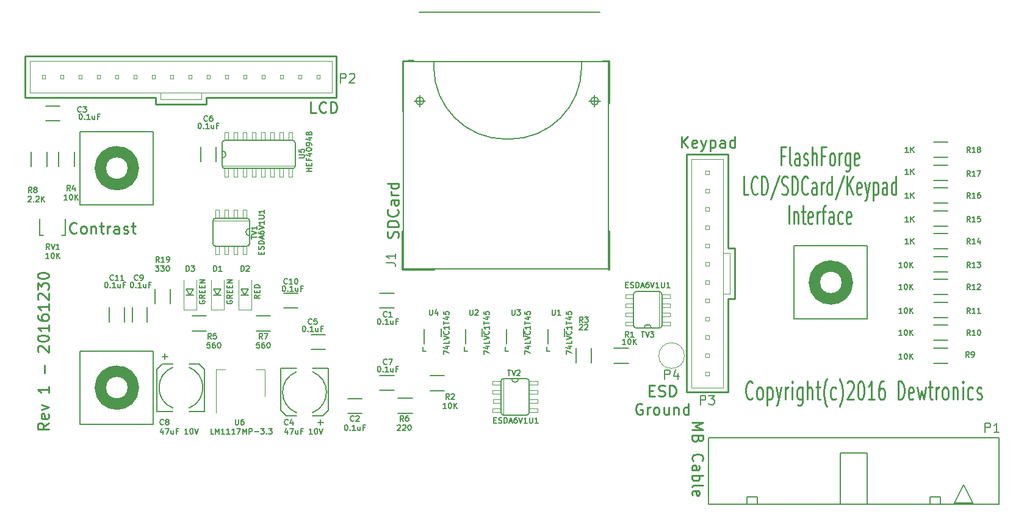
<source format=gto>
G04 #@! TF.FileFunction,Legend,Top*
%FSLAX46Y46*%
G04 Gerber Fmt 4.6, Leading zero omitted, Abs format (unit mm)*
G04 Created by KiCad (PCBNEW 4.0.5-e0-6337~49~ubuntu14.04.1) date Fri Dec 30 14:23:34 2016*
%MOMM*%
%LPD*%
G01*
G04 APERTURE LIST*
%ADD10C,0.150000*%
%ADD11C,0.200000*%
%ADD12C,0.254000*%
%ADD13C,0.203200*%
%ADD14C,0.101600*%
%ADD15C,1.587500*%
%ADD16C,0.120000*%
%ADD17C,0.127000*%
%ADD18C,0.066040*%
%ADD19C,0.050800*%
%ADD20C,0.152400*%
G04 APERTURE END LIST*
D10*
D11*
X106172000Y-107823000D02*
X107188000Y-107823000D01*
X106680000Y-107823000D02*
X106172000Y-106934000D01*
X107188000Y-106934000D02*
X106680000Y-107823000D01*
X106172000Y-106934000D02*
X107188000Y-106934000D01*
X102362000Y-107823000D02*
X103378000Y-107823000D01*
X102870000Y-107823000D02*
X102362000Y-106934000D01*
X103378000Y-106934000D02*
X102870000Y-107823000D01*
X102362000Y-106934000D02*
X103378000Y-106934000D01*
X98552000Y-107823000D02*
X99568000Y-107823000D01*
X99060000Y-107823000D02*
X98552000Y-106934000D01*
X99060000Y-107823000D02*
X99568000Y-106934000D01*
X98552000Y-106934000D02*
X99568000Y-106934000D01*
D12*
X127870857Y-99822000D02*
X127943429Y-99604286D01*
X127943429Y-99241429D01*
X127870857Y-99096286D01*
X127798286Y-99023715D01*
X127653143Y-98951143D01*
X127508000Y-98951143D01*
X127362857Y-99023715D01*
X127290286Y-99096286D01*
X127217714Y-99241429D01*
X127145143Y-99531715D01*
X127072571Y-99676857D01*
X127000000Y-99749429D01*
X126854857Y-99822000D01*
X126709714Y-99822000D01*
X126564571Y-99749429D01*
X126492000Y-99676857D01*
X126419429Y-99531715D01*
X126419429Y-99168857D01*
X126492000Y-98951143D01*
X127943429Y-98298000D02*
X126419429Y-98298000D01*
X126419429Y-97935143D01*
X126492000Y-97717428D01*
X126637143Y-97572286D01*
X126782286Y-97499714D01*
X127072571Y-97427143D01*
X127290286Y-97427143D01*
X127580571Y-97499714D01*
X127725714Y-97572286D01*
X127870857Y-97717428D01*
X127943429Y-97935143D01*
X127943429Y-98298000D01*
X127798286Y-95903143D02*
X127870857Y-95975714D01*
X127943429Y-96193428D01*
X127943429Y-96338571D01*
X127870857Y-96556286D01*
X127725714Y-96701428D01*
X127580571Y-96774000D01*
X127290286Y-96846571D01*
X127072571Y-96846571D01*
X126782286Y-96774000D01*
X126637143Y-96701428D01*
X126492000Y-96556286D01*
X126419429Y-96338571D01*
X126419429Y-96193428D01*
X126492000Y-95975714D01*
X126564571Y-95903143D01*
X127943429Y-94596857D02*
X127145143Y-94596857D01*
X127000000Y-94669428D01*
X126927429Y-94814571D01*
X126927429Y-95104857D01*
X127000000Y-95250000D01*
X127870857Y-94596857D02*
X127943429Y-94742000D01*
X127943429Y-95104857D01*
X127870857Y-95250000D01*
X127725714Y-95322571D01*
X127580571Y-95322571D01*
X127435429Y-95250000D01*
X127362857Y-95104857D01*
X127362857Y-94742000D01*
X127290286Y-94596857D01*
X127943429Y-93871143D02*
X126927429Y-93871143D01*
X127217714Y-93871143D02*
X127072571Y-93798571D01*
X127000000Y-93726000D01*
X126927429Y-93580857D01*
X126927429Y-93435714D01*
X127943429Y-92274571D02*
X126419429Y-92274571D01*
X127870857Y-92274571D02*
X127943429Y-92419714D01*
X127943429Y-92710000D01*
X127870857Y-92855142D01*
X127798286Y-92927714D01*
X127653143Y-93000285D01*
X127217714Y-93000285D01*
X127072571Y-92927714D01*
X127000000Y-92855142D01*
X126927429Y-92710000D01*
X126927429Y-92419714D01*
X127000000Y-92274571D01*
X168728571Y-125512286D02*
X170252571Y-125512286D01*
X169164000Y-126020286D01*
X170252571Y-126528286D01*
X168728571Y-126528286D01*
X169526857Y-127762000D02*
X169454286Y-127979714D01*
X169381714Y-128052286D01*
X169236571Y-128124857D01*
X169018857Y-128124857D01*
X168873714Y-128052286D01*
X168801143Y-127979714D01*
X168728571Y-127834572D01*
X168728571Y-127254000D01*
X170252571Y-127254000D01*
X170252571Y-127762000D01*
X170180000Y-127907143D01*
X170107429Y-127979714D01*
X169962286Y-128052286D01*
X169817143Y-128052286D01*
X169672000Y-127979714D01*
X169599429Y-127907143D01*
X169526857Y-127762000D01*
X169526857Y-127254000D01*
X168873714Y-130810000D02*
X168801143Y-130737429D01*
X168728571Y-130519715D01*
X168728571Y-130374572D01*
X168801143Y-130156857D01*
X168946286Y-130011715D01*
X169091429Y-129939143D01*
X169381714Y-129866572D01*
X169599429Y-129866572D01*
X169889714Y-129939143D01*
X170034857Y-130011715D01*
X170180000Y-130156857D01*
X170252571Y-130374572D01*
X170252571Y-130519715D01*
X170180000Y-130737429D01*
X170107429Y-130810000D01*
X168728571Y-132116286D02*
X169526857Y-132116286D01*
X169672000Y-132043715D01*
X169744571Y-131898572D01*
X169744571Y-131608286D01*
X169672000Y-131463143D01*
X168801143Y-132116286D02*
X168728571Y-131971143D01*
X168728571Y-131608286D01*
X168801143Y-131463143D01*
X168946286Y-131390572D01*
X169091429Y-131390572D01*
X169236571Y-131463143D01*
X169309143Y-131608286D01*
X169309143Y-131971143D01*
X169381714Y-132116286D01*
X168728571Y-132842000D02*
X170252571Y-132842000D01*
X169672000Y-132842000D02*
X169744571Y-132987143D01*
X169744571Y-133277429D01*
X169672000Y-133422572D01*
X169599429Y-133495143D01*
X169454286Y-133567714D01*
X169018857Y-133567714D01*
X168873714Y-133495143D01*
X168801143Y-133422572D01*
X168728571Y-133277429D01*
X168728571Y-132987143D01*
X168801143Y-132842000D01*
X168728571Y-134438571D02*
X168801143Y-134293429D01*
X168946286Y-134220857D01*
X170252571Y-134220857D01*
X168801143Y-135599715D02*
X168728571Y-135454572D01*
X168728571Y-135164286D01*
X168801143Y-135019143D01*
X168946286Y-134946572D01*
X169526857Y-134946572D01*
X169672000Y-135019143D01*
X169744571Y-135164286D01*
X169744571Y-135454572D01*
X169672000Y-135599715D01*
X169526857Y-135672286D01*
X169381714Y-135672286D01*
X169236571Y-134946572D01*
X177110571Y-122065143D02*
X177038000Y-122186095D01*
X176820286Y-122307048D01*
X176675143Y-122307048D01*
X176457428Y-122186095D01*
X176312286Y-121944190D01*
X176239714Y-121702286D01*
X176167143Y-121218476D01*
X176167143Y-120855619D01*
X176239714Y-120371810D01*
X176312286Y-120129905D01*
X176457428Y-119888000D01*
X176675143Y-119767048D01*
X176820286Y-119767048D01*
X177038000Y-119888000D01*
X177110571Y-120008952D01*
X177981428Y-122307048D02*
X177836286Y-122186095D01*
X177763714Y-122065143D01*
X177691143Y-121823238D01*
X177691143Y-121097524D01*
X177763714Y-120855619D01*
X177836286Y-120734667D01*
X177981428Y-120613714D01*
X178199143Y-120613714D01*
X178344286Y-120734667D01*
X178416857Y-120855619D01*
X178489428Y-121097524D01*
X178489428Y-121823238D01*
X178416857Y-122065143D01*
X178344286Y-122186095D01*
X178199143Y-122307048D01*
X177981428Y-122307048D01*
X179142571Y-120613714D02*
X179142571Y-123153714D01*
X179142571Y-120734667D02*
X179287714Y-120613714D01*
X179578000Y-120613714D01*
X179723143Y-120734667D01*
X179795714Y-120855619D01*
X179868285Y-121097524D01*
X179868285Y-121823238D01*
X179795714Y-122065143D01*
X179723143Y-122186095D01*
X179578000Y-122307048D01*
X179287714Y-122307048D01*
X179142571Y-122186095D01*
X180376285Y-120613714D02*
X180739142Y-122307048D01*
X181102000Y-120613714D02*
X180739142Y-122307048D01*
X180594000Y-122911810D01*
X180521428Y-123032762D01*
X180376285Y-123153714D01*
X181682571Y-122307048D02*
X181682571Y-120613714D01*
X181682571Y-121097524D02*
X181755143Y-120855619D01*
X181827714Y-120734667D01*
X181972857Y-120613714D01*
X182118000Y-120613714D01*
X182626000Y-122307048D02*
X182626000Y-120613714D01*
X182626000Y-119767048D02*
X182553429Y-119888000D01*
X182626000Y-120008952D01*
X182698572Y-119888000D01*
X182626000Y-119767048D01*
X182626000Y-120008952D01*
X184004857Y-120613714D02*
X184004857Y-122669905D01*
X183932286Y-122911810D01*
X183859714Y-123032762D01*
X183714571Y-123153714D01*
X183496857Y-123153714D01*
X183351714Y-123032762D01*
X184004857Y-122186095D02*
X183859714Y-122307048D01*
X183569428Y-122307048D01*
X183424286Y-122186095D01*
X183351714Y-122065143D01*
X183279143Y-121823238D01*
X183279143Y-121097524D01*
X183351714Y-120855619D01*
X183424286Y-120734667D01*
X183569428Y-120613714D01*
X183859714Y-120613714D01*
X184004857Y-120734667D01*
X184730571Y-122307048D02*
X184730571Y-119767048D01*
X185383714Y-122307048D02*
X185383714Y-120976571D01*
X185311143Y-120734667D01*
X185166000Y-120613714D01*
X184948285Y-120613714D01*
X184803143Y-120734667D01*
X184730571Y-120855619D01*
X185891714Y-120613714D02*
X186472285Y-120613714D01*
X186109428Y-119767048D02*
X186109428Y-121944190D01*
X186182000Y-122186095D01*
X186327142Y-122307048D01*
X186472285Y-122307048D01*
X187415714Y-123274667D02*
X187343142Y-123153714D01*
X187197999Y-122790857D01*
X187125428Y-122548952D01*
X187052857Y-122186095D01*
X186980285Y-121581333D01*
X186980285Y-121097524D01*
X187052857Y-120492762D01*
X187125428Y-120129905D01*
X187197999Y-119888000D01*
X187343142Y-119525143D01*
X187415714Y-119404190D01*
X188649428Y-122186095D02*
X188504285Y-122307048D01*
X188213999Y-122307048D01*
X188068857Y-122186095D01*
X187996285Y-122065143D01*
X187923714Y-121823238D01*
X187923714Y-121097524D01*
X187996285Y-120855619D01*
X188068857Y-120734667D01*
X188213999Y-120613714D01*
X188504285Y-120613714D01*
X188649428Y-120734667D01*
X189157428Y-123274667D02*
X189230000Y-123153714D01*
X189375143Y-122790857D01*
X189447714Y-122548952D01*
X189520285Y-122186095D01*
X189592857Y-121581333D01*
X189592857Y-121097524D01*
X189520285Y-120492762D01*
X189447714Y-120129905D01*
X189375143Y-119888000D01*
X189230000Y-119525143D01*
X189157428Y-119404190D01*
X190246000Y-120008952D02*
X190318571Y-119888000D01*
X190463714Y-119767048D01*
X190826571Y-119767048D01*
X190971714Y-119888000D01*
X191044285Y-120008952D01*
X191116857Y-120250857D01*
X191116857Y-120492762D01*
X191044285Y-120855619D01*
X190173428Y-122307048D01*
X191116857Y-122307048D01*
X192060286Y-119767048D02*
X192205429Y-119767048D01*
X192350572Y-119888000D01*
X192423143Y-120008952D01*
X192495714Y-120250857D01*
X192568286Y-120734667D01*
X192568286Y-121339429D01*
X192495714Y-121823238D01*
X192423143Y-122065143D01*
X192350572Y-122186095D01*
X192205429Y-122307048D01*
X192060286Y-122307048D01*
X191915143Y-122186095D01*
X191842572Y-122065143D01*
X191770000Y-121823238D01*
X191697429Y-121339429D01*
X191697429Y-120734667D01*
X191770000Y-120250857D01*
X191842572Y-120008952D01*
X191915143Y-119888000D01*
X192060286Y-119767048D01*
X194019715Y-122307048D02*
X193148858Y-122307048D01*
X193584286Y-122307048D02*
X193584286Y-119767048D01*
X193439143Y-120129905D01*
X193294001Y-120371810D01*
X193148858Y-120492762D01*
X195326001Y-119767048D02*
X195035715Y-119767048D01*
X194890572Y-119888000D01*
X194818001Y-120008952D01*
X194672858Y-120371810D01*
X194600287Y-120855619D01*
X194600287Y-121823238D01*
X194672858Y-122065143D01*
X194745430Y-122186095D01*
X194890572Y-122307048D01*
X195180858Y-122307048D01*
X195326001Y-122186095D01*
X195398572Y-122065143D01*
X195471144Y-121823238D01*
X195471144Y-121218476D01*
X195398572Y-120976571D01*
X195326001Y-120855619D01*
X195180858Y-120734667D01*
X194890572Y-120734667D01*
X194745430Y-120855619D01*
X194672858Y-120976571D01*
X194600287Y-121218476D01*
X197285430Y-122307048D02*
X197285430Y-119767048D01*
X197648287Y-119767048D01*
X197866002Y-119888000D01*
X198011144Y-120129905D01*
X198083716Y-120371810D01*
X198156287Y-120855619D01*
X198156287Y-121218476D01*
X198083716Y-121702286D01*
X198011144Y-121944190D01*
X197866002Y-122186095D01*
X197648287Y-122307048D01*
X197285430Y-122307048D01*
X199390002Y-122186095D02*
X199244859Y-122307048D01*
X198954573Y-122307048D01*
X198809430Y-122186095D01*
X198736859Y-121944190D01*
X198736859Y-120976571D01*
X198809430Y-120734667D01*
X198954573Y-120613714D01*
X199244859Y-120613714D01*
X199390002Y-120734667D01*
X199462573Y-120976571D01*
X199462573Y-121218476D01*
X198736859Y-121460381D01*
X199970573Y-120613714D02*
X200260859Y-122307048D01*
X200551145Y-121097524D01*
X200841430Y-122307048D01*
X201131716Y-120613714D01*
X201494573Y-120613714D02*
X202075144Y-120613714D01*
X201712287Y-119767048D02*
X201712287Y-121944190D01*
X201784859Y-122186095D01*
X201930001Y-122307048D01*
X202075144Y-122307048D01*
X202583144Y-122307048D02*
X202583144Y-120613714D01*
X202583144Y-121097524D02*
X202655716Y-120855619D01*
X202728287Y-120734667D01*
X202873430Y-120613714D01*
X203018573Y-120613714D01*
X203744287Y-122307048D02*
X203599145Y-122186095D01*
X203526573Y-122065143D01*
X203454002Y-121823238D01*
X203454002Y-121097524D01*
X203526573Y-120855619D01*
X203599145Y-120734667D01*
X203744287Y-120613714D01*
X203962002Y-120613714D01*
X204107145Y-120734667D01*
X204179716Y-120855619D01*
X204252287Y-121097524D01*
X204252287Y-121823238D01*
X204179716Y-122065143D01*
X204107145Y-122186095D01*
X203962002Y-122307048D01*
X203744287Y-122307048D01*
X204905430Y-120613714D02*
X204905430Y-122307048D01*
X204905430Y-120855619D02*
X204978002Y-120734667D01*
X205123144Y-120613714D01*
X205340859Y-120613714D01*
X205486002Y-120734667D01*
X205558573Y-120976571D01*
X205558573Y-122307048D01*
X206284287Y-122307048D02*
X206284287Y-120613714D01*
X206284287Y-119767048D02*
X206211716Y-119888000D01*
X206284287Y-120008952D01*
X206356859Y-119888000D01*
X206284287Y-119767048D01*
X206284287Y-120008952D01*
X207663144Y-122186095D02*
X207518001Y-122307048D01*
X207227715Y-122307048D01*
X207082573Y-122186095D01*
X207010001Y-122065143D01*
X206937430Y-121823238D01*
X206937430Y-121097524D01*
X207010001Y-120855619D01*
X207082573Y-120734667D01*
X207227715Y-120613714D01*
X207518001Y-120613714D01*
X207663144Y-120734667D01*
X208243716Y-122186095D02*
X208388859Y-122307048D01*
X208679144Y-122307048D01*
X208824287Y-122186095D01*
X208896859Y-121944190D01*
X208896859Y-121823238D01*
X208824287Y-121581333D01*
X208679144Y-121460381D01*
X208461430Y-121460381D01*
X208316287Y-121339429D01*
X208243716Y-121097524D01*
X208243716Y-120976571D01*
X208316287Y-120734667D01*
X208461430Y-120613714D01*
X208679144Y-120613714D01*
X208824287Y-120734667D01*
X162777714Y-121049143D02*
X163285714Y-121049143D01*
X163503428Y-121847429D02*
X162777714Y-121847429D01*
X162777714Y-120323429D01*
X163503428Y-120323429D01*
X164084000Y-121774857D02*
X164301714Y-121847429D01*
X164664571Y-121847429D01*
X164809714Y-121774857D01*
X164882285Y-121702286D01*
X164954857Y-121557143D01*
X164954857Y-121412000D01*
X164882285Y-121266857D01*
X164809714Y-121194286D01*
X164664571Y-121121714D01*
X164374285Y-121049143D01*
X164229143Y-120976571D01*
X164156571Y-120904000D01*
X164084000Y-120758857D01*
X164084000Y-120613714D01*
X164156571Y-120468571D01*
X164229143Y-120396000D01*
X164374285Y-120323429D01*
X164737143Y-120323429D01*
X164954857Y-120396000D01*
X165608000Y-121847429D02*
X165608000Y-120323429D01*
X165970857Y-120323429D01*
X166188572Y-120396000D01*
X166333714Y-120541143D01*
X166406286Y-120686286D01*
X166478857Y-120976571D01*
X166478857Y-121194286D01*
X166406286Y-121484571D01*
X166333714Y-121629714D01*
X166188572Y-121774857D01*
X165970857Y-121847429D01*
X165608000Y-121847429D01*
X161761715Y-122936000D02*
X161616572Y-122863429D01*
X161398858Y-122863429D01*
X161181143Y-122936000D01*
X161036001Y-123081143D01*
X160963429Y-123226286D01*
X160890858Y-123516571D01*
X160890858Y-123734286D01*
X160963429Y-124024571D01*
X161036001Y-124169714D01*
X161181143Y-124314857D01*
X161398858Y-124387429D01*
X161544001Y-124387429D01*
X161761715Y-124314857D01*
X161834286Y-124242286D01*
X161834286Y-123734286D01*
X161544001Y-123734286D01*
X162487429Y-124387429D02*
X162487429Y-123371429D01*
X162487429Y-123661714D02*
X162560001Y-123516571D01*
X162632572Y-123444000D01*
X162777715Y-123371429D01*
X162922858Y-123371429D01*
X163648572Y-124387429D02*
X163503430Y-124314857D01*
X163430858Y-124242286D01*
X163358287Y-124097143D01*
X163358287Y-123661714D01*
X163430858Y-123516571D01*
X163503430Y-123444000D01*
X163648572Y-123371429D01*
X163866287Y-123371429D01*
X164011430Y-123444000D01*
X164084001Y-123516571D01*
X164156572Y-123661714D01*
X164156572Y-124097143D01*
X164084001Y-124242286D01*
X164011430Y-124314857D01*
X163866287Y-124387429D01*
X163648572Y-124387429D01*
X165462858Y-123371429D02*
X165462858Y-124387429D01*
X164809715Y-123371429D02*
X164809715Y-124169714D01*
X164882287Y-124314857D01*
X165027429Y-124387429D01*
X165245144Y-124387429D01*
X165390287Y-124314857D01*
X165462858Y-124242286D01*
X166188572Y-123371429D02*
X166188572Y-124387429D01*
X166188572Y-123516571D02*
X166261144Y-123444000D01*
X166406286Y-123371429D01*
X166624001Y-123371429D01*
X166769144Y-123444000D01*
X166841715Y-123589143D01*
X166841715Y-124387429D01*
X168220572Y-124387429D02*
X168220572Y-122863429D01*
X168220572Y-124314857D02*
X168075429Y-124387429D01*
X167785143Y-124387429D01*
X167640001Y-124314857D01*
X167567429Y-124242286D01*
X167494858Y-124097143D01*
X167494858Y-123661714D01*
X167567429Y-123516571D01*
X167640001Y-123444000D01*
X167785143Y-123371429D01*
X168075429Y-123371429D01*
X168220572Y-123444000D01*
X79429429Y-125548574D02*
X78703714Y-126056574D01*
X79429429Y-126419431D02*
X77905429Y-126419431D01*
X77905429Y-125838859D01*
X77978000Y-125693717D01*
X78050571Y-125621145D01*
X78195714Y-125548574D01*
X78413429Y-125548574D01*
X78558571Y-125621145D01*
X78631143Y-125693717D01*
X78703714Y-125838859D01*
X78703714Y-126419431D01*
X79356857Y-124314859D02*
X79429429Y-124460002D01*
X79429429Y-124750288D01*
X79356857Y-124895431D01*
X79211714Y-124968002D01*
X78631143Y-124968002D01*
X78486000Y-124895431D01*
X78413429Y-124750288D01*
X78413429Y-124460002D01*
X78486000Y-124314859D01*
X78631143Y-124242288D01*
X78776286Y-124242288D01*
X78921429Y-124968002D01*
X78413429Y-123734288D02*
X79429429Y-123371431D01*
X78413429Y-123008573D01*
X79429429Y-120468573D02*
X79429429Y-121339430D01*
X79429429Y-120904002D02*
X77905429Y-120904002D01*
X78123143Y-121049145D01*
X78268286Y-121194287D01*
X78340857Y-121339430D01*
X78848857Y-118654287D02*
X78848857Y-117493144D01*
X78050571Y-115678858D02*
X77978000Y-115606287D01*
X77905429Y-115461144D01*
X77905429Y-115098287D01*
X77978000Y-114953144D01*
X78050571Y-114880573D01*
X78195714Y-114808001D01*
X78340857Y-114808001D01*
X78558571Y-114880573D01*
X79429429Y-115751430D01*
X79429429Y-114808001D01*
X77905429Y-113864572D02*
X77905429Y-113719429D01*
X77978000Y-113574286D01*
X78050571Y-113501715D01*
X78195714Y-113429144D01*
X78486000Y-113356572D01*
X78848857Y-113356572D01*
X79139143Y-113429144D01*
X79284286Y-113501715D01*
X79356857Y-113574286D01*
X79429429Y-113719429D01*
X79429429Y-113864572D01*
X79356857Y-114009715D01*
X79284286Y-114082286D01*
X79139143Y-114154858D01*
X78848857Y-114227429D01*
X78486000Y-114227429D01*
X78195714Y-114154858D01*
X78050571Y-114082286D01*
X77978000Y-114009715D01*
X77905429Y-113864572D01*
X79429429Y-111905143D02*
X79429429Y-112776000D01*
X79429429Y-112340572D02*
X77905429Y-112340572D01*
X78123143Y-112485715D01*
X78268286Y-112630857D01*
X78340857Y-112776000D01*
X77905429Y-110598857D02*
X77905429Y-110889143D01*
X77978000Y-111034286D01*
X78050571Y-111106857D01*
X78268286Y-111252000D01*
X78558571Y-111324571D01*
X79139143Y-111324571D01*
X79284286Y-111252000D01*
X79356857Y-111179428D01*
X79429429Y-111034286D01*
X79429429Y-110744000D01*
X79356857Y-110598857D01*
X79284286Y-110526286D01*
X79139143Y-110453714D01*
X78776286Y-110453714D01*
X78631143Y-110526286D01*
X78558571Y-110598857D01*
X78486000Y-110744000D01*
X78486000Y-111034286D01*
X78558571Y-111179428D01*
X78631143Y-111252000D01*
X78776286Y-111324571D01*
X79429429Y-109002285D02*
X79429429Y-109873142D01*
X79429429Y-109437714D02*
X77905429Y-109437714D01*
X78123143Y-109582857D01*
X78268286Y-109727999D01*
X78340857Y-109873142D01*
X78050571Y-108421713D02*
X77978000Y-108349142D01*
X77905429Y-108203999D01*
X77905429Y-107841142D01*
X77978000Y-107695999D01*
X78050571Y-107623428D01*
X78195714Y-107550856D01*
X78340857Y-107550856D01*
X78558571Y-107623428D01*
X79429429Y-108494285D01*
X79429429Y-107550856D01*
X77905429Y-107042856D02*
X77905429Y-106099427D01*
X78486000Y-106607427D01*
X78486000Y-106389713D01*
X78558571Y-106244570D01*
X78631143Y-106171999D01*
X78776286Y-106099427D01*
X79139143Y-106099427D01*
X79284286Y-106171999D01*
X79356857Y-106244570D01*
X79429429Y-106389713D01*
X79429429Y-106825141D01*
X79356857Y-106970284D01*
X79284286Y-107042856D01*
X77905429Y-105155998D02*
X77905429Y-105010855D01*
X77978000Y-104865712D01*
X78050571Y-104793141D01*
X78195714Y-104720570D01*
X78486000Y-104647998D01*
X78848857Y-104647998D01*
X79139143Y-104720570D01*
X79284286Y-104793141D01*
X79356857Y-104865712D01*
X79429429Y-105010855D01*
X79429429Y-105155998D01*
X79356857Y-105301141D01*
X79284286Y-105373712D01*
X79139143Y-105446284D01*
X78848857Y-105518855D01*
X78486000Y-105518855D01*
X78195714Y-105446284D01*
X78050571Y-105373712D01*
X77978000Y-105301141D01*
X77905429Y-105155998D01*
X181546500Y-88464571D02*
X181080833Y-88464571D01*
X181080833Y-89795048D02*
X181080833Y-87255048D01*
X181746071Y-87255048D01*
X182477833Y-89795048D02*
X182344786Y-89674095D01*
X182278262Y-89432190D01*
X182278262Y-87255048D01*
X183608738Y-89795048D02*
X183608738Y-88464571D01*
X183542215Y-88222667D01*
X183409167Y-88101714D01*
X183143072Y-88101714D01*
X183010024Y-88222667D01*
X183608738Y-89674095D02*
X183475691Y-89795048D01*
X183143072Y-89795048D01*
X183010024Y-89674095D01*
X182943500Y-89432190D01*
X182943500Y-89190286D01*
X183010024Y-88948381D01*
X183143072Y-88827429D01*
X183475691Y-88827429D01*
X183608738Y-88706476D01*
X184207452Y-89674095D02*
X184340500Y-89795048D01*
X184606595Y-89795048D01*
X184739643Y-89674095D01*
X184806167Y-89432190D01*
X184806167Y-89311238D01*
X184739643Y-89069333D01*
X184606595Y-88948381D01*
X184407024Y-88948381D01*
X184273976Y-88827429D01*
X184207452Y-88585524D01*
X184207452Y-88464571D01*
X184273976Y-88222667D01*
X184407024Y-88101714D01*
X184606595Y-88101714D01*
X184739643Y-88222667D01*
X185404881Y-89795048D02*
X185404881Y-87255048D01*
X186003595Y-89795048D02*
X186003595Y-88464571D01*
X185937072Y-88222667D01*
X185804024Y-88101714D01*
X185604452Y-88101714D01*
X185471405Y-88222667D01*
X185404881Y-88343619D01*
X187134500Y-88464571D02*
X186668833Y-88464571D01*
X186668833Y-89795048D02*
X186668833Y-87255048D01*
X187334071Y-87255048D01*
X188065833Y-89795048D02*
X187932786Y-89674095D01*
X187866262Y-89553143D01*
X187799738Y-89311238D01*
X187799738Y-88585524D01*
X187866262Y-88343619D01*
X187932786Y-88222667D01*
X188065833Y-88101714D01*
X188265405Y-88101714D01*
X188398453Y-88222667D01*
X188464976Y-88343619D01*
X188531500Y-88585524D01*
X188531500Y-89311238D01*
X188464976Y-89553143D01*
X188398453Y-89674095D01*
X188265405Y-89795048D01*
X188065833Y-89795048D01*
X189130214Y-89795048D02*
X189130214Y-88101714D01*
X189130214Y-88585524D02*
X189196738Y-88343619D01*
X189263262Y-88222667D01*
X189396309Y-88101714D01*
X189529357Y-88101714D01*
X190593738Y-88101714D02*
X190593738Y-90157905D01*
X190527215Y-90399810D01*
X190460691Y-90520762D01*
X190327643Y-90641714D01*
X190128072Y-90641714D01*
X189995024Y-90520762D01*
X190593738Y-89674095D02*
X190460691Y-89795048D01*
X190194595Y-89795048D01*
X190061548Y-89674095D01*
X189995024Y-89553143D01*
X189928500Y-89311238D01*
X189928500Y-88585524D01*
X189995024Y-88343619D01*
X190061548Y-88222667D01*
X190194595Y-88101714D01*
X190460691Y-88101714D01*
X190593738Y-88222667D01*
X191791167Y-89674095D02*
X191658119Y-89795048D01*
X191392024Y-89795048D01*
X191258976Y-89674095D01*
X191192452Y-89432190D01*
X191192452Y-88464571D01*
X191258976Y-88222667D01*
X191392024Y-88101714D01*
X191658119Y-88101714D01*
X191791167Y-88222667D01*
X191857690Y-88464571D01*
X191857690Y-88706476D01*
X191192452Y-88948381D01*
X176523953Y-93859048D02*
X175858715Y-93859048D01*
X175858715Y-91319048D01*
X177787906Y-93617143D02*
X177721382Y-93738095D01*
X177521811Y-93859048D01*
X177388763Y-93859048D01*
X177189191Y-93738095D01*
X177056144Y-93496190D01*
X176989620Y-93254286D01*
X176923096Y-92770476D01*
X176923096Y-92407619D01*
X176989620Y-91923810D01*
X177056144Y-91681905D01*
X177189191Y-91440000D01*
X177388763Y-91319048D01*
X177521811Y-91319048D01*
X177721382Y-91440000D01*
X177787906Y-91560952D01*
X178386620Y-93859048D02*
X178386620Y-91319048D01*
X178719239Y-91319048D01*
X178918811Y-91440000D01*
X179051858Y-91681905D01*
X179118382Y-91923810D01*
X179184906Y-92407619D01*
X179184906Y-92770476D01*
X179118382Y-93254286D01*
X179051858Y-93496190D01*
X178918811Y-93738095D01*
X178719239Y-93859048D01*
X178386620Y-93859048D01*
X180781477Y-91198095D02*
X179584049Y-94463810D01*
X181180620Y-93738095D02*
X181380192Y-93859048D01*
X181712811Y-93859048D01*
X181845858Y-93738095D01*
X181912382Y-93617143D01*
X181978906Y-93375238D01*
X181978906Y-93133333D01*
X181912382Y-92891429D01*
X181845858Y-92770476D01*
X181712811Y-92649524D01*
X181446715Y-92528571D01*
X181313668Y-92407619D01*
X181247144Y-92286667D01*
X181180620Y-92044762D01*
X181180620Y-91802857D01*
X181247144Y-91560952D01*
X181313668Y-91440000D01*
X181446715Y-91319048D01*
X181779335Y-91319048D01*
X181978906Y-91440000D01*
X182577620Y-93859048D02*
X182577620Y-91319048D01*
X182910239Y-91319048D01*
X183109811Y-91440000D01*
X183242858Y-91681905D01*
X183309382Y-91923810D01*
X183375906Y-92407619D01*
X183375906Y-92770476D01*
X183309382Y-93254286D01*
X183242858Y-93496190D01*
X183109811Y-93738095D01*
X182910239Y-93859048D01*
X182577620Y-93859048D01*
X184772906Y-93617143D02*
X184706382Y-93738095D01*
X184506811Y-93859048D01*
X184373763Y-93859048D01*
X184174191Y-93738095D01*
X184041144Y-93496190D01*
X183974620Y-93254286D01*
X183908096Y-92770476D01*
X183908096Y-92407619D01*
X183974620Y-91923810D01*
X184041144Y-91681905D01*
X184174191Y-91440000D01*
X184373763Y-91319048D01*
X184506811Y-91319048D01*
X184706382Y-91440000D01*
X184772906Y-91560952D01*
X185970334Y-93859048D02*
X185970334Y-92528571D01*
X185903811Y-92286667D01*
X185770763Y-92165714D01*
X185504668Y-92165714D01*
X185371620Y-92286667D01*
X185970334Y-93738095D02*
X185837287Y-93859048D01*
X185504668Y-93859048D01*
X185371620Y-93738095D01*
X185305096Y-93496190D01*
X185305096Y-93254286D01*
X185371620Y-93012381D01*
X185504668Y-92891429D01*
X185837287Y-92891429D01*
X185970334Y-92770476D01*
X186635572Y-93859048D02*
X186635572Y-92165714D01*
X186635572Y-92649524D02*
X186702096Y-92407619D01*
X186768620Y-92286667D01*
X186901667Y-92165714D01*
X187034715Y-92165714D01*
X188099096Y-93859048D02*
X188099096Y-91319048D01*
X188099096Y-93738095D02*
X187966049Y-93859048D01*
X187699953Y-93859048D01*
X187566906Y-93738095D01*
X187500382Y-93617143D01*
X187433858Y-93375238D01*
X187433858Y-92649524D01*
X187500382Y-92407619D01*
X187566906Y-92286667D01*
X187699953Y-92165714D01*
X187966049Y-92165714D01*
X188099096Y-92286667D01*
X189762191Y-91198095D02*
X188564763Y-94463810D01*
X190227858Y-93859048D02*
X190227858Y-91319048D01*
X191026144Y-93859048D02*
X190427429Y-92407619D01*
X191026144Y-91319048D02*
X190227858Y-92770476D01*
X192157049Y-93738095D02*
X192024001Y-93859048D01*
X191757906Y-93859048D01*
X191624858Y-93738095D01*
X191558334Y-93496190D01*
X191558334Y-92528571D01*
X191624858Y-92286667D01*
X191757906Y-92165714D01*
X192024001Y-92165714D01*
X192157049Y-92286667D01*
X192223572Y-92528571D01*
X192223572Y-92770476D01*
X191558334Y-93012381D01*
X192689239Y-92165714D02*
X193021858Y-93859048D01*
X193354478Y-92165714D02*
X193021858Y-93859048D01*
X192888811Y-94463810D01*
X192822287Y-94584762D01*
X192689239Y-94705714D01*
X193886668Y-92165714D02*
X193886668Y-94705714D01*
X193886668Y-92286667D02*
X194019716Y-92165714D01*
X194285811Y-92165714D01*
X194418859Y-92286667D01*
X194485382Y-92407619D01*
X194551906Y-92649524D01*
X194551906Y-93375238D01*
X194485382Y-93617143D01*
X194418859Y-93738095D01*
X194285811Y-93859048D01*
X194019716Y-93859048D01*
X193886668Y-93738095D01*
X195749334Y-93859048D02*
X195749334Y-92528571D01*
X195682811Y-92286667D01*
X195549763Y-92165714D01*
X195283668Y-92165714D01*
X195150620Y-92286667D01*
X195749334Y-93738095D02*
X195616287Y-93859048D01*
X195283668Y-93859048D01*
X195150620Y-93738095D01*
X195084096Y-93496190D01*
X195084096Y-93254286D01*
X195150620Y-93012381D01*
X195283668Y-92891429D01*
X195616287Y-92891429D01*
X195749334Y-92770476D01*
X197013286Y-93859048D02*
X197013286Y-91319048D01*
X197013286Y-93738095D02*
X196880239Y-93859048D01*
X196614143Y-93859048D01*
X196481096Y-93738095D01*
X196414572Y-93617143D01*
X196348048Y-93375238D01*
X196348048Y-92649524D01*
X196414572Y-92407619D01*
X196481096Y-92286667D01*
X196614143Y-92165714D01*
X196880239Y-92165714D01*
X197013286Y-92286667D01*
X182145214Y-97923048D02*
X182145214Y-95383048D01*
X182810452Y-96229714D02*
X182810452Y-97923048D01*
X182810452Y-96471619D02*
X182876976Y-96350667D01*
X183010023Y-96229714D01*
X183209595Y-96229714D01*
X183342643Y-96350667D01*
X183409166Y-96592571D01*
X183409166Y-97923048D01*
X183874833Y-96229714D02*
X184407023Y-96229714D01*
X184074404Y-95383048D02*
X184074404Y-97560190D01*
X184140928Y-97802095D01*
X184273975Y-97923048D01*
X184407023Y-97923048D01*
X185404881Y-97802095D02*
X185271833Y-97923048D01*
X185005738Y-97923048D01*
X184872690Y-97802095D01*
X184806166Y-97560190D01*
X184806166Y-96592571D01*
X184872690Y-96350667D01*
X185005738Y-96229714D01*
X185271833Y-96229714D01*
X185404881Y-96350667D01*
X185471404Y-96592571D01*
X185471404Y-96834476D01*
X184806166Y-97076381D01*
X186070119Y-97923048D02*
X186070119Y-96229714D01*
X186070119Y-96713524D02*
X186136643Y-96471619D01*
X186203167Y-96350667D01*
X186336214Y-96229714D01*
X186469262Y-96229714D01*
X186735358Y-96229714D02*
X187267548Y-96229714D01*
X186934929Y-97923048D02*
X186934929Y-95745905D01*
X187001453Y-95504000D01*
X187134500Y-95383048D01*
X187267548Y-95383048D01*
X188331929Y-97923048D02*
X188331929Y-96592571D01*
X188265406Y-96350667D01*
X188132358Y-96229714D01*
X187866263Y-96229714D01*
X187733215Y-96350667D01*
X188331929Y-97802095D02*
X188198882Y-97923048D01*
X187866263Y-97923048D01*
X187733215Y-97802095D01*
X187666691Y-97560190D01*
X187666691Y-97318286D01*
X187733215Y-97076381D01*
X187866263Y-96955429D01*
X188198882Y-96955429D01*
X188331929Y-96834476D01*
X189595881Y-97802095D02*
X189462834Y-97923048D01*
X189196738Y-97923048D01*
X189063691Y-97802095D01*
X188997167Y-97681143D01*
X188930643Y-97439238D01*
X188930643Y-96713524D01*
X188997167Y-96471619D01*
X189063691Y-96350667D01*
X189196738Y-96229714D01*
X189462834Y-96229714D01*
X189595881Y-96350667D01*
X190726787Y-97802095D02*
X190593739Y-97923048D01*
X190327644Y-97923048D01*
X190194596Y-97802095D01*
X190128072Y-97560190D01*
X190128072Y-96592571D01*
X190194596Y-96350667D01*
X190327644Y-96229714D01*
X190593739Y-96229714D01*
X190726787Y-96350667D01*
X190793310Y-96592571D01*
X190793310Y-96834476D01*
X190128072Y-97076381D01*
X167240857Y-87303429D02*
X167240857Y-85779429D01*
X168111714Y-87303429D02*
X167458571Y-86432571D01*
X168111714Y-85779429D02*
X167240857Y-86650286D01*
X169345429Y-87230857D02*
X169200286Y-87303429D01*
X168910000Y-87303429D01*
X168764857Y-87230857D01*
X168692286Y-87085714D01*
X168692286Y-86505143D01*
X168764857Y-86360000D01*
X168910000Y-86287429D01*
X169200286Y-86287429D01*
X169345429Y-86360000D01*
X169418000Y-86505143D01*
X169418000Y-86650286D01*
X168692286Y-86795429D01*
X169926000Y-86287429D02*
X170288857Y-87303429D01*
X170651715Y-86287429D02*
X170288857Y-87303429D01*
X170143715Y-87666286D01*
X170071143Y-87738857D01*
X169926000Y-87811429D01*
X171232286Y-86287429D02*
X171232286Y-87811429D01*
X171232286Y-86360000D02*
X171377429Y-86287429D01*
X171667715Y-86287429D01*
X171812858Y-86360000D01*
X171885429Y-86432571D01*
X171958000Y-86577714D01*
X171958000Y-87013143D01*
X171885429Y-87158286D01*
X171812858Y-87230857D01*
X171667715Y-87303429D01*
X171377429Y-87303429D01*
X171232286Y-87230857D01*
X173264286Y-87303429D02*
X173264286Y-86505143D01*
X173191715Y-86360000D01*
X173046572Y-86287429D01*
X172756286Y-86287429D01*
X172611143Y-86360000D01*
X173264286Y-87230857D02*
X173119143Y-87303429D01*
X172756286Y-87303429D01*
X172611143Y-87230857D01*
X172538572Y-87085714D01*
X172538572Y-86940571D01*
X172611143Y-86795429D01*
X172756286Y-86722857D01*
X173119143Y-86722857D01*
X173264286Y-86650286D01*
X174643143Y-87303429D02*
X174643143Y-85779429D01*
X174643143Y-87230857D02*
X174498000Y-87303429D01*
X174207714Y-87303429D01*
X174062572Y-87230857D01*
X173990000Y-87158286D01*
X173917429Y-87013143D01*
X173917429Y-86577714D01*
X173990000Y-86432571D01*
X174062572Y-86360000D01*
X174207714Y-86287429D01*
X174498000Y-86287429D01*
X174643143Y-86360000D01*
X116549714Y-82477429D02*
X115824000Y-82477429D01*
X115824000Y-80953429D01*
X117928571Y-82332286D02*
X117856000Y-82404857D01*
X117638286Y-82477429D01*
X117493143Y-82477429D01*
X117275428Y-82404857D01*
X117130286Y-82259714D01*
X117057714Y-82114571D01*
X116985143Y-81824286D01*
X116985143Y-81606571D01*
X117057714Y-81316286D01*
X117130286Y-81171143D01*
X117275428Y-81026000D01*
X117493143Y-80953429D01*
X117638286Y-80953429D01*
X117856000Y-81026000D01*
X117928571Y-81098571D01*
X118581714Y-82477429D02*
X118581714Y-80953429D01*
X118944571Y-80953429D01*
X119162286Y-81026000D01*
X119307428Y-81171143D01*
X119380000Y-81316286D01*
X119452571Y-81606571D01*
X119452571Y-81824286D01*
X119380000Y-82114571D01*
X119307428Y-82259714D01*
X119162286Y-82404857D01*
X118944571Y-82477429D01*
X118581714Y-82477429D01*
X83312000Y-99096286D02*
X83239429Y-99168857D01*
X83021715Y-99241429D01*
X82876572Y-99241429D01*
X82658857Y-99168857D01*
X82513715Y-99023714D01*
X82441143Y-98878571D01*
X82368572Y-98588286D01*
X82368572Y-98370571D01*
X82441143Y-98080286D01*
X82513715Y-97935143D01*
X82658857Y-97790000D01*
X82876572Y-97717429D01*
X83021715Y-97717429D01*
X83239429Y-97790000D01*
X83312000Y-97862571D01*
X84182857Y-99241429D02*
X84037715Y-99168857D01*
X83965143Y-99096286D01*
X83892572Y-98951143D01*
X83892572Y-98515714D01*
X83965143Y-98370571D01*
X84037715Y-98298000D01*
X84182857Y-98225429D01*
X84400572Y-98225429D01*
X84545715Y-98298000D01*
X84618286Y-98370571D01*
X84690857Y-98515714D01*
X84690857Y-98951143D01*
X84618286Y-99096286D01*
X84545715Y-99168857D01*
X84400572Y-99241429D01*
X84182857Y-99241429D01*
X85344000Y-98225429D02*
X85344000Y-99241429D01*
X85344000Y-98370571D02*
X85416572Y-98298000D01*
X85561714Y-98225429D01*
X85779429Y-98225429D01*
X85924572Y-98298000D01*
X85997143Y-98443143D01*
X85997143Y-99241429D01*
X86505143Y-98225429D02*
X87085714Y-98225429D01*
X86722857Y-97717429D02*
X86722857Y-99023714D01*
X86795429Y-99168857D01*
X86940571Y-99241429D01*
X87085714Y-99241429D01*
X87593714Y-99241429D02*
X87593714Y-98225429D01*
X87593714Y-98515714D02*
X87666286Y-98370571D01*
X87738857Y-98298000D01*
X87884000Y-98225429D01*
X88029143Y-98225429D01*
X89190286Y-99241429D02*
X89190286Y-98443143D01*
X89117715Y-98298000D01*
X88972572Y-98225429D01*
X88682286Y-98225429D01*
X88537143Y-98298000D01*
X89190286Y-99168857D02*
X89045143Y-99241429D01*
X88682286Y-99241429D01*
X88537143Y-99168857D01*
X88464572Y-99023714D01*
X88464572Y-98878571D01*
X88537143Y-98733429D01*
X88682286Y-98660857D01*
X89045143Y-98660857D01*
X89190286Y-98588286D01*
X89843429Y-99168857D02*
X89988572Y-99241429D01*
X90278857Y-99241429D01*
X90424000Y-99168857D01*
X90496572Y-99023714D01*
X90496572Y-98951143D01*
X90424000Y-98806000D01*
X90278857Y-98733429D01*
X90061143Y-98733429D01*
X89916000Y-98660857D01*
X89843429Y-98515714D01*
X89843429Y-98443143D01*
X89916000Y-98298000D01*
X90061143Y-98225429D01*
X90278857Y-98225429D01*
X90424000Y-98298000D01*
X90932000Y-98225429D02*
X91512571Y-98225429D01*
X91149714Y-97717429D02*
X91149714Y-99023714D01*
X91222286Y-99168857D01*
X91367428Y-99241429D01*
X91512571Y-99241429D01*
D11*
X83820000Y-95250000D02*
X93980000Y-95250000D01*
X83820000Y-85090000D02*
X83820000Y-95250000D01*
X93980000Y-85090000D02*
X83820000Y-85090000D01*
X93980000Y-95250000D02*
X93980000Y-85090000D01*
X182880000Y-111125000D02*
X193040000Y-111125000D01*
X182880000Y-100965000D02*
X182880000Y-111125000D01*
X193040000Y-100965000D02*
X182880000Y-100965000D01*
X193040000Y-111125000D02*
X193040000Y-100965000D01*
X83820000Y-115570000D02*
X83820000Y-125730000D01*
X93980000Y-115570000D02*
X83820000Y-115570000D01*
X93980000Y-125730000D02*
X93980000Y-115570000D01*
X83820000Y-125730000D02*
X93980000Y-125730000D01*
D13*
X170975020Y-127604520D02*
X170975020Y-136804400D01*
X170975020Y-136804400D02*
X176309020Y-136804400D01*
X177787300Y-136804400D02*
X176309020Y-136804400D01*
X176309020Y-136804400D02*
X176309020Y-135834120D01*
X176309020Y-135834120D02*
X177787300Y-135834120D01*
X177787300Y-135834120D02*
X177787300Y-136804400D01*
X177787300Y-136804400D02*
X189252860Y-136804400D01*
X189252860Y-136804400D02*
X189252860Y-129738120D01*
X189252860Y-129738120D02*
X193017140Y-129738120D01*
X193017140Y-129738120D02*
X193017140Y-136804400D01*
X189252860Y-136804400D02*
X193017140Y-136804400D01*
X193017140Y-136804400D02*
X201706480Y-136804400D01*
X203184760Y-136804400D02*
X201706480Y-136804400D01*
X203184760Y-136804400D02*
X211294980Y-136804400D01*
X211294980Y-136804400D02*
X211294980Y-127604520D01*
X201706480Y-136804400D02*
X201706480Y-135834120D01*
X201706480Y-135834120D02*
X203184760Y-135834120D01*
X203184760Y-135834120D02*
X203184760Y-136804400D01*
X207749140Y-127604520D02*
X211294980Y-127604520D01*
X174536100Y-127604520D02*
X207746600Y-127604520D01*
X170975020Y-127604520D02*
X174533560Y-127604520D01*
X207652620Y-136674860D02*
X205105000Y-136674860D01*
X205105000Y-136674860D02*
X206377540Y-134099300D01*
X206377540Y-134099300D02*
X207652620Y-136674860D01*
D10*
X151010000Y-112480000D02*
X151010000Y-113580000D01*
X148710000Y-112530000D02*
X148710000Y-114530000D01*
X148539200Y-115008660D02*
X148539200Y-115577620D01*
X148539200Y-115577620D02*
X148950680Y-115577620D01*
D14*
X167640000Y-116205000D02*
G75*
G03X167640000Y-116205000I-1778000J0D01*
G01*
D15*
X91186000Y-120650000D02*
G75*
G03X91186000Y-120650000I-2286000J0D01*
G01*
X91186000Y-90170000D02*
G75*
G03X91186000Y-90170000I-2286000J0D01*
G01*
X190246000Y-106045000D02*
G75*
G03X190246000Y-106045000I-2286000J0D01*
G01*
D10*
X125365000Y-109610000D02*
X127365000Y-109610000D01*
X127365000Y-107560000D02*
X125365000Y-107560000D01*
X122920000Y-122165000D02*
X120920000Y-122165000D01*
X120920000Y-124215000D02*
X122920000Y-124215000D01*
X79010000Y-83575000D02*
X81010000Y-83575000D01*
X81010000Y-81525000D02*
X79010000Y-81525000D01*
X116050606Y-124117886D02*
G75*
G03X116052600Y-118452900I-1115606J2832886D01*
G01*
X113817400Y-118452900D02*
G75*
G03X113817400Y-124117100I1117600J-2832100D01*
G01*
X118237000Y-117983000D02*
X116052600Y-117983000D01*
X111633000Y-117983000D02*
X113817400Y-117983000D01*
X117475000Y-124587000D02*
X116052600Y-124587000D01*
X112395000Y-124587000D02*
X113817400Y-124587000D01*
X118237000Y-117983000D02*
X118237000Y-123825000D01*
X118237000Y-123825000D02*
X117475000Y-124587000D01*
X112395000Y-124587000D02*
X111633000Y-123825000D01*
X111633000Y-123825000D02*
X111633000Y-117983000D01*
X115840000Y-115325000D02*
X117840000Y-115325000D01*
X117840000Y-113275000D02*
X115840000Y-113275000D01*
X102625000Y-89265000D02*
X102625000Y-87265000D01*
X100575000Y-87265000D02*
X100575000Y-89265000D01*
X125365000Y-121040000D02*
X127365000Y-121040000D01*
X127365000Y-118990000D02*
X125365000Y-118990000D01*
X96674394Y-117817114D02*
G75*
G03X96672400Y-123482100I1115606J-2832886D01*
G01*
X98907600Y-123482100D02*
G75*
G03X98907600Y-117817900I-1117600J2832100D01*
G01*
X94488000Y-123952000D02*
X96672400Y-123952000D01*
X101092000Y-123952000D02*
X98907600Y-123952000D01*
X95250000Y-117348000D02*
X96672400Y-117348000D01*
X100330000Y-117348000D02*
X98907600Y-117348000D01*
X94488000Y-123952000D02*
X94488000Y-118110000D01*
X94488000Y-118110000D02*
X95250000Y-117348000D01*
X100330000Y-117348000D02*
X101092000Y-118110000D01*
X101092000Y-118110000D02*
X101092000Y-123952000D01*
X93100000Y-111490000D02*
X93100000Y-109490000D01*
X91050000Y-109490000D02*
X91050000Y-111490000D01*
X114030000Y-107560000D02*
X112030000Y-107560000D01*
X112030000Y-109610000D02*
X114030000Y-109610000D01*
X89925000Y-111490000D02*
X89925000Y-109490000D01*
X87875000Y-109490000D02*
X87875000Y-111490000D01*
D16*
X102020000Y-109815000D02*
X103720000Y-109815000D01*
X103720000Y-109765000D02*
X103720000Y-105715000D01*
X102020000Y-109765000D02*
X102020000Y-105715000D01*
X105830000Y-109815000D02*
X107530000Y-109815000D01*
X107530000Y-109765000D02*
X107530000Y-105715000D01*
X105830000Y-109765000D02*
X105830000Y-105715000D01*
X98210000Y-109815000D02*
X99910000Y-109815000D01*
X99910000Y-109765000D02*
X99910000Y-105715000D01*
X98210000Y-109765000D02*
X98210000Y-105715000D01*
D17*
X128625600Y-104140000D02*
X128625600Y-75341480D01*
X128625600Y-75341480D02*
X132875020Y-75341480D01*
X132875020Y-75341480D02*
X150873460Y-75341480D01*
X150873460Y-75341480D02*
X153372820Y-75341480D01*
X153372820Y-75341480D02*
X157124400Y-75341480D01*
X157124400Y-75341480D02*
X157124400Y-104140000D01*
X157124400Y-104140000D02*
X128625600Y-104140000D01*
D12*
X132857240Y-104233980D02*
X128457960Y-104233980D01*
X128457960Y-104233980D02*
X128457960Y-98902520D01*
X128557020Y-82293460D02*
X128557020Y-75252580D01*
X128557020Y-75252580D02*
X129976880Y-75242420D01*
X157200600Y-81130140D02*
X157200600Y-75252580D01*
X157200600Y-75252580D02*
X156222700Y-75252580D01*
X157111700Y-104233980D02*
X157200600Y-104233980D01*
X157200600Y-104233980D02*
X157200600Y-98902520D01*
D17*
X130876040Y-68541900D02*
X155874720Y-68541900D01*
X132875020Y-75341480D02*
X132875020Y-76141580D01*
X142875000Y-86141560D02*
X143372840Y-86141560D01*
X153372820Y-76141580D02*
X153372820Y-75341480D01*
X131483000Y-80840580D02*
G75*
G03X131483000Y-80840580I-546000J0D01*
G01*
X130937000Y-81615280D02*
X130937000Y-80065880D01*
X131711700Y-80840580D02*
X130162300Y-80840580D01*
X155740000Y-80840580D02*
G75*
G03X155740000Y-80840580I-546000J0D01*
G01*
X155194000Y-81615280D02*
X155194000Y-80065880D01*
X155968700Y-80840580D02*
X154419300Y-80840580D01*
X132875020Y-76141580D02*
G75*
G03X142875000Y-86141560I9999980J0D01*
G01*
X143372840Y-86141560D02*
G75*
G03X153372820Y-76141580I0J9999980D01*
G01*
D18*
X81043780Y-77706220D02*
X81518760Y-77706220D01*
X81518760Y-77706220D02*
X81518760Y-77233780D01*
X81043780Y-77233780D02*
X81518760Y-77233780D01*
X81043780Y-77706220D02*
X81043780Y-77233780D01*
X78503780Y-77706220D02*
X78978760Y-77706220D01*
X78978760Y-77706220D02*
X78978760Y-77233780D01*
X78503780Y-77233780D02*
X78978760Y-77233780D01*
X78503780Y-77706220D02*
X78503780Y-77233780D01*
X86123780Y-77706220D02*
X86598760Y-77706220D01*
X86598760Y-77706220D02*
X86598760Y-77233780D01*
X86123780Y-77233780D02*
X86598760Y-77233780D01*
X86123780Y-77706220D02*
X86123780Y-77233780D01*
X83583780Y-77706220D02*
X84058760Y-77706220D01*
X84058760Y-77706220D02*
X84058760Y-77233780D01*
X83583780Y-77233780D02*
X84058760Y-77233780D01*
X83583780Y-77706220D02*
X83583780Y-77233780D01*
X91203780Y-77706220D02*
X91678760Y-77706220D01*
X91678760Y-77706220D02*
X91678760Y-77233780D01*
X91203780Y-77233780D02*
X91678760Y-77233780D01*
X91203780Y-77706220D02*
X91203780Y-77233780D01*
X88663780Y-77706220D02*
X89138760Y-77706220D01*
X89138760Y-77706220D02*
X89138760Y-77233780D01*
X88663780Y-77233780D02*
X89138760Y-77233780D01*
X88663780Y-77706220D02*
X88663780Y-77233780D01*
X96283780Y-77706220D02*
X96758760Y-77706220D01*
X96758760Y-77706220D02*
X96758760Y-77233780D01*
X96283780Y-77233780D02*
X96758760Y-77233780D01*
X96283780Y-77706220D02*
X96283780Y-77233780D01*
X93743780Y-77706220D02*
X94218760Y-77706220D01*
X94218760Y-77706220D02*
X94218760Y-77233780D01*
X93743780Y-77233780D02*
X94218760Y-77233780D01*
X93743780Y-77706220D02*
X93743780Y-77233780D01*
X101361240Y-77706220D02*
X101836220Y-77706220D01*
X101836220Y-77706220D02*
X101836220Y-77233780D01*
X101361240Y-77233780D02*
X101836220Y-77233780D01*
X101361240Y-77706220D02*
X101361240Y-77233780D01*
X98821240Y-77706220D02*
X99296220Y-77706220D01*
X99296220Y-77706220D02*
X99296220Y-77233780D01*
X98821240Y-77233780D02*
X99296220Y-77233780D01*
X98821240Y-77706220D02*
X98821240Y-77233780D01*
X106441240Y-77706220D02*
X106916220Y-77706220D01*
X106916220Y-77706220D02*
X106916220Y-77233780D01*
X106441240Y-77233780D02*
X106916220Y-77233780D01*
X106441240Y-77706220D02*
X106441240Y-77233780D01*
X103901240Y-77706220D02*
X104376220Y-77706220D01*
X104376220Y-77706220D02*
X104376220Y-77233780D01*
X103901240Y-77233780D02*
X104376220Y-77233780D01*
X103901240Y-77706220D02*
X103901240Y-77233780D01*
X108981240Y-77706220D02*
X109456220Y-77706220D01*
X109456220Y-77706220D02*
X109456220Y-77233780D01*
X108981240Y-77233780D02*
X109456220Y-77233780D01*
X108981240Y-77706220D02*
X108981240Y-77233780D01*
X111521240Y-77706220D02*
X111996220Y-77706220D01*
X111996220Y-77706220D02*
X111996220Y-77233780D01*
X111521240Y-77233780D02*
X111996220Y-77233780D01*
X111521240Y-77706220D02*
X111521240Y-77233780D01*
X114061240Y-77706220D02*
X114536220Y-77706220D01*
X114536220Y-77706220D02*
X114536220Y-77233780D01*
X114061240Y-77233780D02*
X114536220Y-77233780D01*
X114061240Y-77706220D02*
X114061240Y-77233780D01*
X116601240Y-77706220D02*
X117076220Y-77706220D01*
X117076220Y-77706220D02*
X117076220Y-77233780D01*
X116601240Y-77233780D02*
X117076220Y-77233780D01*
X116601240Y-77706220D02*
X116601240Y-77233780D01*
D12*
X119380000Y-80327500D02*
X119380000Y-74612500D01*
X119380000Y-74612500D02*
X76200000Y-74612500D01*
X76200000Y-74612500D02*
X76200000Y-80327500D01*
X76200000Y-80327500D02*
X94297500Y-80327500D01*
X94297500Y-80327500D02*
X94297500Y-81280000D01*
X94297500Y-81280000D02*
X101282500Y-81280000D01*
X101282500Y-81280000D02*
X101282500Y-80327500D01*
X101282500Y-80327500D02*
X119380000Y-80327500D01*
D19*
X76835000Y-75247500D02*
X76835000Y-79692500D01*
X118745000Y-75247500D02*
X118745000Y-79692500D01*
X76835000Y-75247500D02*
X118745000Y-75247500D01*
X76835000Y-79692500D02*
X94932500Y-79692500D01*
X94932500Y-79692500D02*
X100647500Y-79692500D01*
X100647500Y-79692500D02*
X118745000Y-79692500D01*
X100647500Y-80645000D02*
X94932500Y-80645000D01*
X94932500Y-79692500D02*
X94932500Y-80645000D01*
X100647500Y-79692500D02*
X100647500Y-80645000D01*
D18*
X171051220Y-116441220D02*
X171051220Y-115966240D01*
X171051220Y-115966240D02*
X170578780Y-115966240D01*
X170578780Y-116441220D02*
X170578780Y-115966240D01*
X171051220Y-116441220D02*
X170578780Y-116441220D01*
X171051220Y-118981220D02*
X171051220Y-118506240D01*
X171051220Y-118506240D02*
X170578780Y-118506240D01*
X170578780Y-118981220D02*
X170578780Y-118506240D01*
X171051220Y-118981220D02*
X170578780Y-118981220D01*
X171051220Y-111361220D02*
X171051220Y-110886240D01*
X171051220Y-110886240D02*
X170578780Y-110886240D01*
X170578780Y-111361220D02*
X170578780Y-110886240D01*
X171051220Y-111361220D02*
X170578780Y-111361220D01*
X171051220Y-113901220D02*
X171051220Y-113426240D01*
X171051220Y-113426240D02*
X170578780Y-113426240D01*
X170578780Y-113901220D02*
X170578780Y-113426240D01*
X171051220Y-113901220D02*
X170578780Y-113901220D01*
X171051220Y-106281220D02*
X171051220Y-105806240D01*
X171051220Y-105806240D02*
X170578780Y-105806240D01*
X170578780Y-106281220D02*
X170578780Y-105806240D01*
X171051220Y-106281220D02*
X170578780Y-106281220D01*
X171051220Y-108821220D02*
X171051220Y-108346240D01*
X171051220Y-108346240D02*
X170578780Y-108346240D01*
X170578780Y-108821220D02*
X170578780Y-108346240D01*
X171051220Y-108821220D02*
X170578780Y-108821220D01*
X171051220Y-101203760D02*
X171051220Y-100728780D01*
X171051220Y-100728780D02*
X170578780Y-100728780D01*
X170578780Y-101203760D02*
X170578780Y-100728780D01*
X171051220Y-101203760D02*
X170578780Y-101203760D01*
X171051220Y-103743760D02*
X171051220Y-103268780D01*
X171051220Y-103268780D02*
X170578780Y-103268780D01*
X170578780Y-103743760D02*
X170578780Y-103268780D01*
X171051220Y-103743760D02*
X170578780Y-103743760D01*
X171051220Y-96123760D02*
X171051220Y-95648780D01*
X171051220Y-95648780D02*
X170578780Y-95648780D01*
X170578780Y-96123760D02*
X170578780Y-95648780D01*
X171051220Y-96123760D02*
X170578780Y-96123760D01*
X171051220Y-98663760D02*
X171051220Y-98188780D01*
X171051220Y-98188780D02*
X170578780Y-98188780D01*
X170578780Y-98663760D02*
X170578780Y-98188780D01*
X171051220Y-98663760D02*
X170578780Y-98663760D01*
X171051220Y-91043760D02*
X171051220Y-90568780D01*
X171051220Y-90568780D02*
X170578780Y-90568780D01*
X170578780Y-91043760D02*
X170578780Y-90568780D01*
X171051220Y-91043760D02*
X170578780Y-91043760D01*
X171051220Y-93583760D02*
X171051220Y-93108780D01*
X171051220Y-93108780D02*
X170578780Y-93108780D01*
X170578780Y-93583760D02*
X170578780Y-93108780D01*
X171051220Y-93583760D02*
X170578780Y-93583760D01*
D12*
X173672500Y-88265000D02*
X167957500Y-88265000D01*
X167957500Y-88265000D02*
X167957500Y-121285000D01*
X167957500Y-121285000D02*
X173672500Y-121285000D01*
X173672500Y-121285000D02*
X173672500Y-108267500D01*
X173672500Y-108267500D02*
X174625000Y-108267500D01*
X174625000Y-108267500D02*
X174625000Y-101282500D01*
X174625000Y-101282500D02*
X173672500Y-101282500D01*
X173672500Y-101282500D02*
X173672500Y-88265000D01*
D19*
X168592500Y-120650000D02*
X173037500Y-120650000D01*
X168592500Y-88900000D02*
X173037500Y-88900000D01*
X168592500Y-120650000D02*
X168592500Y-88900000D01*
X173037500Y-120650000D02*
X173037500Y-107632500D01*
X173037500Y-107632500D02*
X173037500Y-101917500D01*
X173037500Y-101917500D02*
X173037500Y-88900000D01*
X173990000Y-101917500D02*
X173990000Y-107632500D01*
X173037500Y-107632500D02*
X173990000Y-107632500D01*
X173037500Y-101917500D02*
X173990000Y-101917500D01*
D10*
X157877000Y-115130000D02*
X159877000Y-115130000D01*
X159877000Y-117280000D02*
X157877000Y-117280000D01*
X134350000Y-121090000D02*
X132350000Y-121090000D01*
X132350000Y-118940000D02*
X134350000Y-118940000D01*
X152595000Y-117205000D02*
X152595000Y-115205000D01*
X154745000Y-115205000D02*
X154745000Y-117205000D01*
X80840000Y-89900000D02*
X80840000Y-87900000D01*
X82990000Y-87900000D02*
X82990000Y-89900000D01*
X99330000Y-110685000D02*
X101330000Y-110685000D01*
X101330000Y-112835000D02*
X99330000Y-112835000D01*
X129905000Y-124265000D02*
X127905000Y-124265000D01*
X127905000Y-122115000D02*
X129905000Y-122115000D01*
X110220000Y-112835000D02*
X108220000Y-112835000D01*
X108220000Y-110685000D02*
X110220000Y-110685000D01*
X79180000Y-87900000D02*
X79180000Y-89900000D01*
X77030000Y-89900000D02*
X77030000Y-87900000D01*
X204200000Y-117280000D02*
X202200000Y-117280000D01*
X202200000Y-115130000D02*
X204200000Y-115130000D01*
X204200000Y-114105000D02*
X202200000Y-114105000D01*
X202200000Y-111955000D02*
X204200000Y-111955000D01*
X204200000Y-110930000D02*
X202200000Y-110930000D01*
X202200000Y-108780000D02*
X204200000Y-108780000D01*
X204200000Y-107755000D02*
X202200000Y-107755000D01*
X202200000Y-105605000D02*
X204200000Y-105605000D01*
X204200000Y-104580000D02*
X202200000Y-104580000D01*
X202200000Y-102430000D02*
X204200000Y-102430000D01*
X204200000Y-101405000D02*
X202200000Y-101405000D01*
X202200000Y-99255000D02*
X204200000Y-99255000D01*
X204200000Y-98230000D02*
X202200000Y-98230000D01*
X202200000Y-96080000D02*
X204200000Y-96080000D01*
X204200000Y-95055000D02*
X202200000Y-95055000D01*
X202200000Y-92905000D02*
X204200000Y-92905000D01*
X204200000Y-91880000D02*
X202200000Y-91880000D01*
X202200000Y-89730000D02*
X204200000Y-89730000D01*
X204200000Y-88705000D02*
X202200000Y-88705000D01*
X202200000Y-86555000D02*
X204200000Y-86555000D01*
X96325000Y-106950000D02*
X96325000Y-108950000D01*
X94175000Y-108950000D02*
X94175000Y-106950000D01*
X78232000Y-99543000D02*
X78232000Y-97257000D01*
X78740000Y-99543000D02*
X78232000Y-99543000D01*
X81788000Y-99543000D02*
X81280000Y-99543000D01*
X81788000Y-97257000D02*
X81788000Y-99543000D01*
D18*
X103124000Y-101015800D02*
X102616000Y-101015800D01*
X102616000Y-101015800D02*
X102616000Y-102158800D01*
X103124000Y-102158800D02*
X102616000Y-102158800D01*
X103124000Y-101015800D02*
X103124000Y-102158800D01*
X106934000Y-95961200D02*
X106426000Y-95961200D01*
X106426000Y-95961200D02*
X106426000Y-97104200D01*
X106934000Y-97104200D02*
X106426000Y-97104200D01*
X106934000Y-95961200D02*
X106934000Y-97104200D01*
X105664000Y-95961200D02*
X105156000Y-95961200D01*
X105156000Y-95961200D02*
X105156000Y-97104200D01*
X105664000Y-97104200D02*
X105156000Y-97104200D01*
X105664000Y-95961200D02*
X105664000Y-97104200D01*
X104394000Y-95986600D02*
X103886000Y-95986600D01*
X103886000Y-95986600D02*
X103886000Y-97129600D01*
X104394000Y-97129600D02*
X103886000Y-97129600D01*
X104394000Y-95986600D02*
X104394000Y-97129600D01*
X103124000Y-95961200D02*
X102616000Y-95961200D01*
X102616000Y-95961200D02*
X102616000Y-97104200D01*
X103124000Y-97104200D02*
X102616000Y-97104200D01*
X103124000Y-95961200D02*
X103124000Y-97104200D01*
X104394000Y-101015800D02*
X103886000Y-101015800D01*
X103886000Y-101015800D02*
X103886000Y-102158800D01*
X104394000Y-102158800D02*
X103886000Y-102158800D01*
X104394000Y-101015800D02*
X104394000Y-102158800D01*
X105664000Y-101015800D02*
X105156000Y-101015800D01*
X105156000Y-101015800D02*
X105156000Y-102158800D01*
X105664000Y-102158800D02*
X105156000Y-102158800D01*
X105664000Y-101015800D02*
X105664000Y-102158800D01*
X106934000Y-101015800D02*
X106426000Y-101015800D01*
X106426000Y-101015800D02*
X106426000Y-102158800D01*
X106934000Y-102158800D02*
X106426000Y-102158800D01*
X106934000Y-101015800D02*
X106934000Y-102158800D01*
D20*
X102616000Y-101015800D02*
X106934000Y-101015800D01*
X106934000Y-97104200D02*
X102616000Y-97104200D01*
X102235000Y-97485200D02*
X102235000Y-100634800D01*
X107315000Y-100634800D02*
X107315000Y-99568000D01*
X107315000Y-99568000D02*
X107315000Y-98552000D01*
X107315000Y-98552000D02*
X107315000Y-97485200D01*
D19*
X107315000Y-97459800D02*
X102235000Y-97459800D01*
D20*
X102616000Y-97104200D02*
G75*
G03X102235000Y-97485200I0J-381000D01*
G01*
X106934000Y-101015800D02*
G75*
G03X107315000Y-100634800I0J381000D01*
G01*
X102235000Y-100634800D02*
G75*
G03X102616000Y-101015800I381000J0D01*
G01*
X107315000Y-97485200D02*
G75*
G03X106934000Y-97104200I-381000J0D01*
G01*
X107315000Y-98552000D02*
G75*
G03X107315000Y-99568000I0J-508000D01*
G01*
D18*
X146100800Y-123571000D02*
X146100800Y-124079000D01*
X146100800Y-124079000D02*
X147243800Y-124079000D01*
X147243800Y-123571000D02*
X147243800Y-124079000D01*
X146100800Y-123571000D02*
X147243800Y-123571000D01*
X141046200Y-119761000D02*
X141046200Y-120269000D01*
X141046200Y-120269000D02*
X142189200Y-120269000D01*
X142189200Y-119761000D02*
X142189200Y-120269000D01*
X141046200Y-119761000D02*
X142189200Y-119761000D01*
X141046200Y-121031000D02*
X141046200Y-121539000D01*
X141046200Y-121539000D02*
X142189200Y-121539000D01*
X142189200Y-121031000D02*
X142189200Y-121539000D01*
X141046200Y-121031000D02*
X142189200Y-121031000D01*
X141071600Y-122301000D02*
X141071600Y-122809000D01*
X141071600Y-122809000D02*
X142214600Y-122809000D01*
X142214600Y-122301000D02*
X142214600Y-122809000D01*
X141071600Y-122301000D02*
X142214600Y-122301000D01*
X141046200Y-123571000D02*
X141046200Y-124079000D01*
X141046200Y-124079000D02*
X142189200Y-124079000D01*
X142189200Y-123571000D02*
X142189200Y-124079000D01*
X141046200Y-123571000D02*
X142189200Y-123571000D01*
X146100800Y-122301000D02*
X146100800Y-122809000D01*
X146100800Y-122809000D02*
X147243800Y-122809000D01*
X147243800Y-122301000D02*
X147243800Y-122809000D01*
X146100800Y-122301000D02*
X147243800Y-122301000D01*
X146100800Y-121031000D02*
X146100800Y-121539000D01*
X146100800Y-121539000D02*
X147243800Y-121539000D01*
X147243800Y-121031000D02*
X147243800Y-121539000D01*
X146100800Y-121031000D02*
X147243800Y-121031000D01*
X146100800Y-119761000D02*
X146100800Y-120269000D01*
X146100800Y-120269000D02*
X147243800Y-120269000D01*
X147243800Y-119761000D02*
X147243800Y-120269000D01*
X146100800Y-119761000D02*
X147243800Y-119761000D01*
D20*
X146100800Y-124079000D02*
X146100800Y-119761000D01*
X142189200Y-119761000D02*
X142189200Y-124079000D01*
X142570200Y-124460000D02*
X145719800Y-124460000D01*
X145719800Y-119380000D02*
X144653000Y-119380000D01*
X144653000Y-119380000D02*
X143637000Y-119380000D01*
X143637000Y-119380000D02*
X142570200Y-119380000D01*
D19*
X142544800Y-119380000D02*
X142544800Y-124460000D01*
D20*
X142189200Y-124079000D02*
G75*
G03X142570200Y-124460000I381000J0D01*
G01*
X146100800Y-119761000D02*
G75*
G03X145719800Y-119380000I-381000J0D01*
G01*
X145719800Y-124460000D02*
G75*
G03X146100800Y-124079000I0J381000D01*
G01*
X142570200Y-119380000D02*
G75*
G03X142189200Y-119761000I0J-381000D01*
G01*
X143637000Y-119380000D02*
G75*
G03X144653000Y-119380000I508000J0D01*
G01*
D18*
X160604200Y-108204000D02*
X160604200Y-107696000D01*
X160604200Y-107696000D02*
X159461200Y-107696000D01*
X159461200Y-108204000D02*
X159461200Y-107696000D01*
X160604200Y-108204000D02*
X159461200Y-108204000D01*
X165658800Y-112014000D02*
X165658800Y-111506000D01*
X165658800Y-111506000D02*
X164515800Y-111506000D01*
X164515800Y-112014000D02*
X164515800Y-111506000D01*
X165658800Y-112014000D02*
X164515800Y-112014000D01*
X165658800Y-110744000D02*
X165658800Y-110236000D01*
X165658800Y-110236000D02*
X164515800Y-110236000D01*
X164515800Y-110744000D02*
X164515800Y-110236000D01*
X165658800Y-110744000D02*
X164515800Y-110744000D01*
X165633400Y-109474000D02*
X165633400Y-108966000D01*
X165633400Y-108966000D02*
X164490400Y-108966000D01*
X164490400Y-109474000D02*
X164490400Y-108966000D01*
X165633400Y-109474000D02*
X164490400Y-109474000D01*
X165658800Y-108204000D02*
X165658800Y-107696000D01*
X165658800Y-107696000D02*
X164515800Y-107696000D01*
X164515800Y-108204000D02*
X164515800Y-107696000D01*
X165658800Y-108204000D02*
X164515800Y-108204000D01*
X160604200Y-109474000D02*
X160604200Y-108966000D01*
X160604200Y-108966000D02*
X159461200Y-108966000D01*
X159461200Y-109474000D02*
X159461200Y-108966000D01*
X160604200Y-109474000D02*
X159461200Y-109474000D01*
X160604200Y-110744000D02*
X160604200Y-110236000D01*
X160604200Y-110236000D02*
X159461200Y-110236000D01*
X159461200Y-110744000D02*
X159461200Y-110236000D01*
X160604200Y-110744000D02*
X159461200Y-110744000D01*
X160604200Y-112014000D02*
X160604200Y-111506000D01*
X160604200Y-111506000D02*
X159461200Y-111506000D01*
X159461200Y-112014000D02*
X159461200Y-111506000D01*
X160604200Y-112014000D02*
X159461200Y-112014000D01*
D20*
X160604200Y-107696000D02*
X160604200Y-112014000D01*
X164515800Y-112014000D02*
X164515800Y-107696000D01*
X164134800Y-107315000D02*
X160985200Y-107315000D01*
X160985200Y-112395000D02*
X162052000Y-112395000D01*
X162052000Y-112395000D02*
X163068000Y-112395000D01*
X163068000Y-112395000D02*
X164134800Y-112395000D01*
D19*
X164160200Y-112395000D02*
X164160200Y-107315000D01*
D20*
X164515800Y-107696000D02*
G75*
G03X164134800Y-107315000I-381000J0D01*
G01*
X160604200Y-112014000D02*
G75*
G03X160985200Y-112395000I381000J0D01*
G01*
X160985200Y-107315000D02*
G75*
G03X160604200Y-107696000I0J-381000D01*
G01*
X164134800Y-112395000D02*
G75*
G03X164515800Y-112014000I0J381000D01*
G01*
X163068000Y-112395000D02*
G75*
G03X162052000Y-112395000I-508000J0D01*
G01*
D18*
X107696000Y-86309200D02*
X108204000Y-86309200D01*
X108204000Y-86309200D02*
X108204000Y-85166200D01*
X107696000Y-85166200D02*
X108204000Y-85166200D01*
X107696000Y-86309200D02*
X107696000Y-85166200D01*
X103886000Y-91363800D02*
X104394000Y-91363800D01*
X104394000Y-91363800D02*
X104394000Y-90220800D01*
X103886000Y-90220800D02*
X104394000Y-90220800D01*
X103886000Y-91363800D02*
X103886000Y-90220800D01*
X105156000Y-91363800D02*
X105664000Y-91363800D01*
X105664000Y-91363800D02*
X105664000Y-90220800D01*
X105156000Y-90220800D02*
X105664000Y-90220800D01*
X105156000Y-91363800D02*
X105156000Y-90220800D01*
X106426000Y-91338400D02*
X106934000Y-91338400D01*
X106934000Y-91338400D02*
X106934000Y-90195400D01*
X106426000Y-90195400D02*
X106934000Y-90195400D01*
X106426000Y-91338400D02*
X106426000Y-90195400D01*
X107696000Y-91363800D02*
X108204000Y-91363800D01*
X108204000Y-91363800D02*
X108204000Y-90220800D01*
X107696000Y-90220800D02*
X108204000Y-90220800D01*
X107696000Y-91363800D02*
X107696000Y-90220800D01*
X106426000Y-86309200D02*
X106934000Y-86309200D01*
X106934000Y-86309200D02*
X106934000Y-85166200D01*
X106426000Y-85166200D02*
X106934000Y-85166200D01*
X106426000Y-86309200D02*
X106426000Y-85166200D01*
X105156000Y-86309200D02*
X105664000Y-86309200D01*
X105664000Y-86309200D02*
X105664000Y-85166200D01*
X105156000Y-85166200D02*
X105664000Y-85166200D01*
X105156000Y-86309200D02*
X105156000Y-85166200D01*
X103886000Y-86309200D02*
X104394000Y-86309200D01*
X104394000Y-86309200D02*
X104394000Y-85166200D01*
X103886000Y-85166200D02*
X104394000Y-85166200D01*
X103886000Y-86309200D02*
X103886000Y-85166200D01*
X108966000Y-91363800D02*
X109474000Y-91363800D01*
X109474000Y-91363800D02*
X109474000Y-90220800D01*
X108966000Y-90220800D02*
X109474000Y-90220800D01*
X108966000Y-91363800D02*
X108966000Y-90220800D01*
X110236000Y-91363800D02*
X110744000Y-91363800D01*
X110744000Y-91363800D02*
X110744000Y-90220800D01*
X110236000Y-90220800D02*
X110744000Y-90220800D01*
X110236000Y-91363800D02*
X110236000Y-90220800D01*
X111506000Y-91363800D02*
X112014000Y-91363800D01*
X112014000Y-91363800D02*
X112014000Y-90220800D01*
X111506000Y-90220800D02*
X112014000Y-90220800D01*
X111506000Y-91363800D02*
X111506000Y-90220800D01*
X112776000Y-91363800D02*
X113284000Y-91363800D01*
X113284000Y-91363800D02*
X113284000Y-90220800D01*
X112776000Y-90220800D02*
X113284000Y-90220800D01*
X112776000Y-91363800D02*
X112776000Y-90220800D01*
X108966000Y-86309200D02*
X109474000Y-86309200D01*
X109474000Y-86309200D02*
X109474000Y-85166200D01*
X108966000Y-85166200D02*
X109474000Y-85166200D01*
X108966000Y-86309200D02*
X108966000Y-85166200D01*
X110236000Y-86309200D02*
X110744000Y-86309200D01*
X110744000Y-86309200D02*
X110744000Y-85166200D01*
X110236000Y-85166200D02*
X110744000Y-85166200D01*
X110236000Y-86309200D02*
X110236000Y-85166200D01*
X111506000Y-86309200D02*
X112014000Y-86309200D01*
X112014000Y-86309200D02*
X112014000Y-85166200D01*
X111506000Y-85166200D02*
X112014000Y-85166200D01*
X111506000Y-86309200D02*
X111506000Y-85166200D01*
X112776000Y-86309200D02*
X113284000Y-86309200D01*
X113284000Y-86309200D02*
X113284000Y-85166200D01*
X112776000Y-85166200D02*
X113284000Y-85166200D01*
X112776000Y-86309200D02*
X112776000Y-85166200D01*
D20*
X113284000Y-86309200D02*
X103886000Y-86309200D01*
X103886000Y-90220800D02*
X113284000Y-90220800D01*
X113665000Y-89839800D02*
X113665000Y-86690200D01*
X103505000Y-86690200D02*
X103505000Y-87757000D01*
X103505000Y-87757000D02*
X103505000Y-88773000D01*
X103505000Y-88773000D02*
X103505000Y-89839800D01*
D19*
X103505000Y-89865200D02*
X113665000Y-89865200D01*
D20*
X113284000Y-90220800D02*
G75*
G03X113665000Y-89839800I0J381000D01*
G01*
X103886000Y-86309200D02*
G75*
G03X103505000Y-86690200I0J-381000D01*
G01*
X113665000Y-86690200D02*
G75*
G03X113284000Y-86309200I-381000J0D01*
G01*
X103505000Y-89839800D02*
G75*
G03X103886000Y-90220800I381000J0D01*
G01*
X103505000Y-88773000D02*
G75*
G03X103505000Y-87757000I0J508000D01*
G01*
D16*
X109455000Y-118105000D02*
X108195000Y-118105000D01*
X102635000Y-118105000D02*
X103895000Y-118105000D01*
X109455000Y-121865000D02*
X109455000Y-118105000D01*
X102635000Y-124115000D02*
X102635000Y-118105000D01*
D10*
X139580000Y-112480000D02*
X139580000Y-113580000D01*
X137280000Y-112530000D02*
X137280000Y-114530000D01*
X137109200Y-115008660D02*
X137109200Y-115577620D01*
X137109200Y-115577620D02*
X137520680Y-115577620D01*
X145295000Y-112480000D02*
X145295000Y-113580000D01*
X142995000Y-112530000D02*
X142995000Y-114530000D01*
X142824200Y-115008660D02*
X142824200Y-115577620D01*
X142824200Y-115577620D02*
X143235680Y-115577620D01*
X133865000Y-112480000D02*
X133865000Y-113580000D01*
X131565000Y-112530000D02*
X131565000Y-114530000D01*
X131394200Y-115008660D02*
X131394200Y-115577620D01*
X131394200Y-115577620D02*
X131805680Y-115577620D01*
D17*
X209374619Y-126812524D02*
X209374619Y-125542524D01*
X209858428Y-125542524D01*
X209979381Y-125603000D01*
X210039857Y-125663476D01*
X210100333Y-125784429D01*
X210100333Y-125965857D01*
X210039857Y-126086810D01*
X209979381Y-126147286D01*
X209858428Y-126207762D01*
X209374619Y-126207762D01*
X211309857Y-126812524D02*
X210584143Y-126812524D01*
X210947000Y-126812524D02*
X210947000Y-125542524D01*
X210826048Y-125723952D01*
X210705095Y-125844905D01*
X210584143Y-125905381D01*
X149279429Y-109818714D02*
X149279429Y-110435571D01*
X149315714Y-110508143D01*
X149352000Y-110544429D01*
X149424571Y-110580714D01*
X149569714Y-110580714D01*
X149642286Y-110544429D01*
X149678571Y-110508143D01*
X149714857Y-110435571D01*
X149714857Y-109818714D01*
X150476857Y-110580714D02*
X150041429Y-110580714D01*
X150259143Y-110580714D02*
X150259143Y-109818714D01*
X150186572Y-109927571D01*
X150114000Y-110000143D01*
X150041429Y-110036429D01*
X151220714Y-116041713D02*
X151220714Y-115533713D01*
X151982714Y-115860284D01*
X151474714Y-114916856D02*
X151982714Y-114916856D01*
X151184429Y-115098285D02*
X151728714Y-115279713D01*
X151728714Y-114807999D01*
X151982714Y-114154856D02*
X151982714Y-114517713D01*
X151220714Y-114517713D01*
X151220714Y-114009714D02*
X151982714Y-113755714D01*
X151220714Y-113501714D01*
X151910143Y-112812285D02*
X151946429Y-112848571D01*
X151982714Y-112957428D01*
X151982714Y-113029999D01*
X151946429Y-113138856D01*
X151873857Y-113211428D01*
X151801286Y-113247713D01*
X151656143Y-113283999D01*
X151547286Y-113283999D01*
X151402143Y-113247713D01*
X151329571Y-113211428D01*
X151257000Y-113138856D01*
X151220714Y-113029999D01*
X151220714Y-112957428D01*
X151257000Y-112848571D01*
X151293286Y-112812285D01*
X151982714Y-112086571D02*
X151982714Y-112521999D01*
X151982714Y-112304285D02*
X151220714Y-112304285D01*
X151329571Y-112376856D01*
X151402143Y-112449428D01*
X151438429Y-112521999D01*
X151220714Y-111868857D02*
X151220714Y-111433428D01*
X151982714Y-111651142D02*
X151220714Y-111651142D01*
X151474714Y-110852857D02*
X151982714Y-110852857D01*
X151184429Y-111034286D02*
X151728714Y-111215714D01*
X151728714Y-110744000D01*
X151220714Y-110090857D02*
X151220714Y-110453714D01*
X151583571Y-110490000D01*
X151547286Y-110453714D01*
X151511000Y-110381143D01*
X151511000Y-110199714D01*
X151547286Y-110127143D01*
X151583571Y-110090857D01*
X151656143Y-110054572D01*
X151837571Y-110054572D01*
X151910143Y-110090857D01*
X151946429Y-110127143D01*
X151982714Y-110199714D01*
X151982714Y-110381143D01*
X151946429Y-110453714D01*
X151910143Y-110490000D01*
X164924619Y-119446524D02*
X164924619Y-118176524D01*
X165408428Y-118176524D01*
X165529381Y-118237000D01*
X165589857Y-118297476D01*
X165650333Y-118418429D01*
X165650333Y-118599857D01*
X165589857Y-118720810D01*
X165529381Y-118781286D01*
X165408428Y-118841762D01*
X164924619Y-118841762D01*
X166738905Y-118599857D02*
X166738905Y-119446524D01*
X166436524Y-118116048D02*
X166134143Y-119023190D01*
X166920333Y-119023190D01*
X126365000Y-110762143D02*
X126328714Y-110798429D01*
X126219857Y-110834714D01*
X126147286Y-110834714D01*
X126038429Y-110798429D01*
X125965857Y-110725857D01*
X125929572Y-110653286D01*
X125893286Y-110508143D01*
X125893286Y-110399286D01*
X125929572Y-110254143D01*
X125965857Y-110181571D01*
X126038429Y-110109000D01*
X126147286Y-110072714D01*
X126219857Y-110072714D01*
X126328714Y-110109000D01*
X126365000Y-110145286D01*
X127090714Y-110834714D02*
X126655286Y-110834714D01*
X126873000Y-110834714D02*
X126873000Y-110072714D01*
X126800429Y-110181571D01*
X126727857Y-110254143D01*
X126655286Y-110290429D01*
X125240143Y-111088714D02*
X125312715Y-111088714D01*
X125385286Y-111125000D01*
X125421572Y-111161286D01*
X125457858Y-111233857D01*
X125494143Y-111379000D01*
X125494143Y-111560429D01*
X125457858Y-111705571D01*
X125421572Y-111778143D01*
X125385286Y-111814429D01*
X125312715Y-111850714D01*
X125240143Y-111850714D01*
X125167572Y-111814429D01*
X125131286Y-111778143D01*
X125095001Y-111705571D01*
X125058715Y-111560429D01*
X125058715Y-111379000D01*
X125095001Y-111233857D01*
X125131286Y-111161286D01*
X125167572Y-111125000D01*
X125240143Y-111088714D01*
X125820715Y-111778143D02*
X125857000Y-111814429D01*
X125820715Y-111850714D01*
X125784429Y-111814429D01*
X125820715Y-111778143D01*
X125820715Y-111850714D01*
X126582714Y-111850714D02*
X126147286Y-111850714D01*
X126365000Y-111850714D02*
X126365000Y-111088714D01*
X126292429Y-111197571D01*
X126219857Y-111270143D01*
X126147286Y-111306429D01*
X127235857Y-111342714D02*
X127235857Y-111850714D01*
X126909286Y-111342714D02*
X126909286Y-111741857D01*
X126945571Y-111814429D01*
X127018143Y-111850714D01*
X127127000Y-111850714D01*
X127199571Y-111814429D01*
X127235857Y-111778143D01*
X127852715Y-111451571D02*
X127598715Y-111451571D01*
X127598715Y-111850714D02*
X127598715Y-111088714D01*
X127961572Y-111088714D01*
X121793000Y-125240143D02*
X121756714Y-125276429D01*
X121647857Y-125312714D01*
X121575286Y-125312714D01*
X121466429Y-125276429D01*
X121393857Y-125203857D01*
X121357572Y-125131286D01*
X121321286Y-124986143D01*
X121321286Y-124877286D01*
X121357572Y-124732143D01*
X121393857Y-124659571D01*
X121466429Y-124587000D01*
X121575286Y-124550714D01*
X121647857Y-124550714D01*
X121756714Y-124587000D01*
X121793000Y-124623286D01*
X122083286Y-124623286D02*
X122119572Y-124587000D01*
X122192143Y-124550714D01*
X122373572Y-124550714D01*
X122446143Y-124587000D01*
X122482429Y-124623286D01*
X122518714Y-124695857D01*
X122518714Y-124768429D01*
X122482429Y-124877286D01*
X122047000Y-125312714D01*
X122518714Y-125312714D01*
X120668143Y-125820714D02*
X120740715Y-125820714D01*
X120813286Y-125857000D01*
X120849572Y-125893286D01*
X120885858Y-125965857D01*
X120922143Y-126111000D01*
X120922143Y-126292429D01*
X120885858Y-126437571D01*
X120849572Y-126510143D01*
X120813286Y-126546429D01*
X120740715Y-126582714D01*
X120668143Y-126582714D01*
X120595572Y-126546429D01*
X120559286Y-126510143D01*
X120523001Y-126437571D01*
X120486715Y-126292429D01*
X120486715Y-126111000D01*
X120523001Y-125965857D01*
X120559286Y-125893286D01*
X120595572Y-125857000D01*
X120668143Y-125820714D01*
X121248715Y-126510143D02*
X121285000Y-126546429D01*
X121248715Y-126582714D01*
X121212429Y-126546429D01*
X121248715Y-126510143D01*
X121248715Y-126582714D01*
X122010714Y-126582714D02*
X121575286Y-126582714D01*
X121793000Y-126582714D02*
X121793000Y-125820714D01*
X121720429Y-125929571D01*
X121647857Y-126002143D01*
X121575286Y-126038429D01*
X122663857Y-126074714D02*
X122663857Y-126582714D01*
X122337286Y-126074714D02*
X122337286Y-126473857D01*
X122373571Y-126546429D01*
X122446143Y-126582714D01*
X122555000Y-126582714D01*
X122627571Y-126546429D01*
X122663857Y-126510143D01*
X123280715Y-126183571D02*
X123026715Y-126183571D01*
X123026715Y-126582714D02*
X123026715Y-125820714D01*
X123389572Y-125820714D01*
X83947000Y-82314143D02*
X83910714Y-82350429D01*
X83801857Y-82386714D01*
X83729286Y-82386714D01*
X83620429Y-82350429D01*
X83547857Y-82277857D01*
X83511572Y-82205286D01*
X83475286Y-82060143D01*
X83475286Y-81951286D01*
X83511572Y-81806143D01*
X83547857Y-81733571D01*
X83620429Y-81661000D01*
X83729286Y-81624714D01*
X83801857Y-81624714D01*
X83910714Y-81661000D01*
X83947000Y-81697286D01*
X84201000Y-81624714D02*
X84672714Y-81624714D01*
X84418714Y-81915000D01*
X84527572Y-81915000D01*
X84600143Y-81951286D01*
X84636429Y-81987571D01*
X84672714Y-82060143D01*
X84672714Y-82241571D01*
X84636429Y-82314143D01*
X84600143Y-82350429D01*
X84527572Y-82386714D01*
X84309857Y-82386714D01*
X84237286Y-82350429D01*
X84201000Y-82314143D01*
X83838143Y-82640714D02*
X83910715Y-82640714D01*
X83983286Y-82677000D01*
X84019572Y-82713286D01*
X84055858Y-82785857D01*
X84092143Y-82931000D01*
X84092143Y-83112429D01*
X84055858Y-83257571D01*
X84019572Y-83330143D01*
X83983286Y-83366429D01*
X83910715Y-83402714D01*
X83838143Y-83402714D01*
X83765572Y-83366429D01*
X83729286Y-83330143D01*
X83693001Y-83257571D01*
X83656715Y-83112429D01*
X83656715Y-82931000D01*
X83693001Y-82785857D01*
X83729286Y-82713286D01*
X83765572Y-82677000D01*
X83838143Y-82640714D01*
X84418715Y-83330143D02*
X84455000Y-83366429D01*
X84418715Y-83402714D01*
X84382429Y-83366429D01*
X84418715Y-83330143D01*
X84418715Y-83402714D01*
X85180714Y-83402714D02*
X84745286Y-83402714D01*
X84963000Y-83402714D02*
X84963000Y-82640714D01*
X84890429Y-82749571D01*
X84817857Y-82822143D01*
X84745286Y-82858429D01*
X85833857Y-82894714D02*
X85833857Y-83402714D01*
X85507286Y-82894714D02*
X85507286Y-83293857D01*
X85543571Y-83366429D01*
X85616143Y-83402714D01*
X85725000Y-83402714D01*
X85797571Y-83366429D01*
X85833857Y-83330143D01*
X86450715Y-83003571D02*
X86196715Y-83003571D01*
X86196715Y-83402714D02*
X86196715Y-82640714D01*
X86559572Y-82640714D01*
X112649000Y-125748143D02*
X112612714Y-125784429D01*
X112503857Y-125820714D01*
X112431286Y-125820714D01*
X112322429Y-125784429D01*
X112249857Y-125711857D01*
X112213572Y-125639286D01*
X112177286Y-125494143D01*
X112177286Y-125385286D01*
X112213572Y-125240143D01*
X112249857Y-125167571D01*
X112322429Y-125095000D01*
X112431286Y-125058714D01*
X112503857Y-125058714D01*
X112612714Y-125095000D01*
X112649000Y-125131286D01*
X113302143Y-125312714D02*
X113302143Y-125820714D01*
X113120714Y-125022429D02*
X112939286Y-125566714D01*
X113411000Y-125566714D01*
X112576429Y-126582714D02*
X112576429Y-127090714D01*
X112395000Y-126292429D02*
X112213572Y-126836714D01*
X112685286Y-126836714D01*
X112903000Y-126328714D02*
X113411000Y-126328714D01*
X113084429Y-127090714D01*
X114027857Y-126582714D02*
X114027857Y-127090714D01*
X113701286Y-126582714D02*
X113701286Y-126981857D01*
X113737571Y-127054429D01*
X113810143Y-127090714D01*
X113919000Y-127090714D01*
X113991571Y-127054429D01*
X114027857Y-127018143D01*
X114644715Y-126691571D02*
X114390715Y-126691571D01*
X114390715Y-127090714D02*
X114390715Y-126328714D01*
X114753572Y-126328714D01*
X116023571Y-127090714D02*
X115588143Y-127090714D01*
X115805857Y-127090714D02*
X115805857Y-126328714D01*
X115733286Y-126437571D01*
X115660714Y-126510143D01*
X115588143Y-126546429D01*
X116495285Y-126328714D02*
X116567857Y-126328714D01*
X116640428Y-126365000D01*
X116676714Y-126401286D01*
X116713000Y-126473857D01*
X116749285Y-126619000D01*
X116749285Y-126800429D01*
X116713000Y-126945571D01*
X116676714Y-127018143D01*
X116640428Y-127054429D01*
X116567857Y-127090714D01*
X116495285Y-127090714D01*
X116422714Y-127054429D01*
X116386428Y-127018143D01*
X116350143Y-126945571D01*
X116313857Y-126800429D01*
X116313857Y-126619000D01*
X116350143Y-126473857D01*
X116386428Y-126401286D01*
X116422714Y-126365000D01*
X116495285Y-126328714D01*
X116966999Y-126328714D02*
X117220999Y-127090714D01*
X117474999Y-126328714D01*
D10*
X117165429Y-125856952D02*
X117165429Y-125095047D01*
X117546381Y-125475999D02*
X116784476Y-125475999D01*
D17*
X115951000Y-111778143D02*
X115914714Y-111814429D01*
X115805857Y-111850714D01*
X115733286Y-111850714D01*
X115624429Y-111814429D01*
X115551857Y-111741857D01*
X115515572Y-111669286D01*
X115479286Y-111524143D01*
X115479286Y-111415286D01*
X115515572Y-111270143D01*
X115551857Y-111197571D01*
X115624429Y-111125000D01*
X115733286Y-111088714D01*
X115805857Y-111088714D01*
X115914714Y-111125000D01*
X115951000Y-111161286D01*
X116640429Y-111088714D02*
X116277572Y-111088714D01*
X116241286Y-111451571D01*
X116277572Y-111415286D01*
X116350143Y-111379000D01*
X116531572Y-111379000D01*
X116604143Y-111415286D01*
X116640429Y-111451571D01*
X116676714Y-111524143D01*
X116676714Y-111705571D01*
X116640429Y-111778143D01*
X116604143Y-111814429D01*
X116531572Y-111850714D01*
X116350143Y-111850714D01*
X116277572Y-111814429D01*
X116241286Y-111778143D01*
X114826143Y-112104714D02*
X114898715Y-112104714D01*
X114971286Y-112141000D01*
X115007572Y-112177286D01*
X115043858Y-112249857D01*
X115080143Y-112395000D01*
X115080143Y-112576429D01*
X115043858Y-112721571D01*
X115007572Y-112794143D01*
X114971286Y-112830429D01*
X114898715Y-112866714D01*
X114826143Y-112866714D01*
X114753572Y-112830429D01*
X114717286Y-112794143D01*
X114681001Y-112721571D01*
X114644715Y-112576429D01*
X114644715Y-112395000D01*
X114681001Y-112249857D01*
X114717286Y-112177286D01*
X114753572Y-112141000D01*
X114826143Y-112104714D01*
X115406715Y-112794143D02*
X115443000Y-112830429D01*
X115406715Y-112866714D01*
X115370429Y-112830429D01*
X115406715Y-112794143D01*
X115406715Y-112866714D01*
X116168714Y-112866714D02*
X115733286Y-112866714D01*
X115951000Y-112866714D02*
X115951000Y-112104714D01*
X115878429Y-112213571D01*
X115805857Y-112286143D01*
X115733286Y-112322429D01*
X116821857Y-112358714D02*
X116821857Y-112866714D01*
X116495286Y-112358714D02*
X116495286Y-112757857D01*
X116531571Y-112830429D01*
X116604143Y-112866714D01*
X116713000Y-112866714D01*
X116785571Y-112830429D01*
X116821857Y-112794143D01*
X117438715Y-112467571D02*
X117184715Y-112467571D01*
X117184715Y-112866714D02*
X117184715Y-112104714D01*
X117547572Y-112104714D01*
X101473000Y-83584143D02*
X101436714Y-83620429D01*
X101327857Y-83656714D01*
X101255286Y-83656714D01*
X101146429Y-83620429D01*
X101073857Y-83547857D01*
X101037572Y-83475286D01*
X101001286Y-83330143D01*
X101001286Y-83221286D01*
X101037572Y-83076143D01*
X101073857Y-83003571D01*
X101146429Y-82931000D01*
X101255286Y-82894714D01*
X101327857Y-82894714D01*
X101436714Y-82931000D01*
X101473000Y-82967286D01*
X102126143Y-82894714D02*
X101981000Y-82894714D01*
X101908429Y-82931000D01*
X101872143Y-82967286D01*
X101799572Y-83076143D01*
X101763286Y-83221286D01*
X101763286Y-83511571D01*
X101799572Y-83584143D01*
X101835857Y-83620429D01*
X101908429Y-83656714D01*
X102053572Y-83656714D01*
X102126143Y-83620429D01*
X102162429Y-83584143D01*
X102198714Y-83511571D01*
X102198714Y-83330143D01*
X102162429Y-83257571D01*
X102126143Y-83221286D01*
X102053572Y-83185000D01*
X101908429Y-83185000D01*
X101835857Y-83221286D01*
X101799572Y-83257571D01*
X101763286Y-83330143D01*
X100348143Y-83910714D02*
X100420715Y-83910714D01*
X100493286Y-83947000D01*
X100529572Y-83983286D01*
X100565858Y-84055857D01*
X100602143Y-84201000D01*
X100602143Y-84382429D01*
X100565858Y-84527571D01*
X100529572Y-84600143D01*
X100493286Y-84636429D01*
X100420715Y-84672714D01*
X100348143Y-84672714D01*
X100275572Y-84636429D01*
X100239286Y-84600143D01*
X100203001Y-84527571D01*
X100166715Y-84382429D01*
X100166715Y-84201000D01*
X100203001Y-84055857D01*
X100239286Y-83983286D01*
X100275572Y-83947000D01*
X100348143Y-83910714D01*
X100928715Y-84600143D02*
X100965000Y-84636429D01*
X100928715Y-84672714D01*
X100892429Y-84636429D01*
X100928715Y-84600143D01*
X100928715Y-84672714D01*
X101690714Y-84672714D02*
X101255286Y-84672714D01*
X101473000Y-84672714D02*
X101473000Y-83910714D01*
X101400429Y-84019571D01*
X101327857Y-84092143D01*
X101255286Y-84128429D01*
X102343857Y-84164714D02*
X102343857Y-84672714D01*
X102017286Y-84164714D02*
X102017286Y-84563857D01*
X102053571Y-84636429D01*
X102126143Y-84672714D01*
X102235000Y-84672714D01*
X102307571Y-84636429D01*
X102343857Y-84600143D01*
X102960715Y-84273571D02*
X102706715Y-84273571D01*
X102706715Y-84672714D02*
X102706715Y-83910714D01*
X103069572Y-83910714D01*
X126365000Y-117366143D02*
X126328714Y-117402429D01*
X126219857Y-117438714D01*
X126147286Y-117438714D01*
X126038429Y-117402429D01*
X125965857Y-117329857D01*
X125929572Y-117257286D01*
X125893286Y-117112143D01*
X125893286Y-117003286D01*
X125929572Y-116858143D01*
X125965857Y-116785571D01*
X126038429Y-116713000D01*
X126147286Y-116676714D01*
X126219857Y-116676714D01*
X126328714Y-116713000D01*
X126365000Y-116749286D01*
X126619000Y-116676714D02*
X127127000Y-116676714D01*
X126800429Y-117438714D01*
X125240143Y-117692714D02*
X125312715Y-117692714D01*
X125385286Y-117729000D01*
X125421572Y-117765286D01*
X125457858Y-117837857D01*
X125494143Y-117983000D01*
X125494143Y-118164429D01*
X125457858Y-118309571D01*
X125421572Y-118382143D01*
X125385286Y-118418429D01*
X125312715Y-118454714D01*
X125240143Y-118454714D01*
X125167572Y-118418429D01*
X125131286Y-118382143D01*
X125095001Y-118309571D01*
X125058715Y-118164429D01*
X125058715Y-117983000D01*
X125095001Y-117837857D01*
X125131286Y-117765286D01*
X125167572Y-117729000D01*
X125240143Y-117692714D01*
X125820715Y-118382143D02*
X125857000Y-118418429D01*
X125820715Y-118454714D01*
X125784429Y-118418429D01*
X125820715Y-118382143D01*
X125820715Y-118454714D01*
X126582714Y-118454714D02*
X126147286Y-118454714D01*
X126365000Y-118454714D02*
X126365000Y-117692714D01*
X126292429Y-117801571D01*
X126219857Y-117874143D01*
X126147286Y-117910429D01*
X127235857Y-117946714D02*
X127235857Y-118454714D01*
X126909286Y-117946714D02*
X126909286Y-118345857D01*
X126945571Y-118418429D01*
X127018143Y-118454714D01*
X127127000Y-118454714D01*
X127199571Y-118418429D01*
X127235857Y-118382143D01*
X127852715Y-118055571D02*
X127598715Y-118055571D01*
X127598715Y-118454714D02*
X127598715Y-117692714D01*
X127961572Y-117692714D01*
X95377000Y-125748143D02*
X95340714Y-125784429D01*
X95231857Y-125820714D01*
X95159286Y-125820714D01*
X95050429Y-125784429D01*
X94977857Y-125711857D01*
X94941572Y-125639286D01*
X94905286Y-125494143D01*
X94905286Y-125385286D01*
X94941572Y-125240143D01*
X94977857Y-125167571D01*
X95050429Y-125095000D01*
X95159286Y-125058714D01*
X95231857Y-125058714D01*
X95340714Y-125095000D01*
X95377000Y-125131286D01*
X95812429Y-125385286D02*
X95739857Y-125349000D01*
X95703572Y-125312714D01*
X95667286Y-125240143D01*
X95667286Y-125203857D01*
X95703572Y-125131286D01*
X95739857Y-125095000D01*
X95812429Y-125058714D01*
X95957572Y-125058714D01*
X96030143Y-125095000D01*
X96066429Y-125131286D01*
X96102714Y-125203857D01*
X96102714Y-125240143D01*
X96066429Y-125312714D01*
X96030143Y-125349000D01*
X95957572Y-125385286D01*
X95812429Y-125385286D01*
X95739857Y-125421571D01*
X95703572Y-125457857D01*
X95667286Y-125530429D01*
X95667286Y-125675571D01*
X95703572Y-125748143D01*
X95739857Y-125784429D01*
X95812429Y-125820714D01*
X95957572Y-125820714D01*
X96030143Y-125784429D01*
X96066429Y-125748143D01*
X96102714Y-125675571D01*
X96102714Y-125530429D01*
X96066429Y-125457857D01*
X96030143Y-125421571D01*
X95957572Y-125385286D01*
X95304429Y-126582714D02*
X95304429Y-127090714D01*
X95123000Y-126292429D02*
X94941572Y-126836714D01*
X95413286Y-126836714D01*
X95631000Y-126328714D02*
X96139000Y-126328714D01*
X95812429Y-127090714D01*
X96755857Y-126582714D02*
X96755857Y-127090714D01*
X96429286Y-126582714D02*
X96429286Y-126981857D01*
X96465571Y-127054429D01*
X96538143Y-127090714D01*
X96647000Y-127090714D01*
X96719571Y-127054429D01*
X96755857Y-127018143D01*
X97372715Y-126691571D02*
X97118715Y-126691571D01*
X97118715Y-127090714D02*
X97118715Y-126328714D01*
X97481572Y-126328714D01*
X98751571Y-127090714D02*
X98316143Y-127090714D01*
X98533857Y-127090714D02*
X98533857Y-126328714D01*
X98461286Y-126437571D01*
X98388714Y-126510143D01*
X98316143Y-126546429D01*
X99223285Y-126328714D02*
X99295857Y-126328714D01*
X99368428Y-126365000D01*
X99404714Y-126401286D01*
X99441000Y-126473857D01*
X99477285Y-126619000D01*
X99477285Y-126800429D01*
X99441000Y-126945571D01*
X99404714Y-127018143D01*
X99368428Y-127054429D01*
X99295857Y-127090714D01*
X99223285Y-127090714D01*
X99150714Y-127054429D01*
X99114428Y-127018143D01*
X99078143Y-126945571D01*
X99041857Y-126800429D01*
X99041857Y-126619000D01*
X99078143Y-126473857D01*
X99114428Y-126401286D01*
X99150714Y-126365000D01*
X99223285Y-126328714D01*
X99694999Y-126328714D02*
X99948999Y-127090714D01*
X100202999Y-126328714D01*
D10*
X95575429Y-116712952D02*
X95575429Y-115951047D01*
X95956381Y-116331999D02*
X95194476Y-116331999D01*
D17*
X91821000Y-105682143D02*
X91784714Y-105718429D01*
X91675857Y-105754714D01*
X91603286Y-105754714D01*
X91494429Y-105718429D01*
X91421857Y-105645857D01*
X91385572Y-105573286D01*
X91349286Y-105428143D01*
X91349286Y-105319286D01*
X91385572Y-105174143D01*
X91421857Y-105101571D01*
X91494429Y-105029000D01*
X91603286Y-104992714D01*
X91675857Y-104992714D01*
X91784714Y-105029000D01*
X91821000Y-105065286D01*
X92183857Y-105754714D02*
X92329000Y-105754714D01*
X92401572Y-105718429D01*
X92437857Y-105682143D01*
X92510429Y-105573286D01*
X92546714Y-105428143D01*
X92546714Y-105137857D01*
X92510429Y-105065286D01*
X92474143Y-105029000D01*
X92401572Y-104992714D01*
X92256429Y-104992714D01*
X92183857Y-105029000D01*
X92147572Y-105065286D01*
X92111286Y-105137857D01*
X92111286Y-105319286D01*
X92147572Y-105391857D01*
X92183857Y-105428143D01*
X92256429Y-105464429D01*
X92401572Y-105464429D01*
X92474143Y-105428143D01*
X92510429Y-105391857D01*
X92546714Y-105319286D01*
X90950143Y-106008714D02*
X91022715Y-106008714D01*
X91095286Y-106045000D01*
X91131572Y-106081286D01*
X91167858Y-106153857D01*
X91204143Y-106299000D01*
X91204143Y-106480429D01*
X91167858Y-106625571D01*
X91131572Y-106698143D01*
X91095286Y-106734429D01*
X91022715Y-106770714D01*
X90950143Y-106770714D01*
X90877572Y-106734429D01*
X90841286Y-106698143D01*
X90805001Y-106625571D01*
X90768715Y-106480429D01*
X90768715Y-106299000D01*
X90805001Y-106153857D01*
X90841286Y-106081286D01*
X90877572Y-106045000D01*
X90950143Y-106008714D01*
X91530715Y-106698143D02*
X91567000Y-106734429D01*
X91530715Y-106770714D01*
X91494429Y-106734429D01*
X91530715Y-106698143D01*
X91530715Y-106770714D01*
X92292714Y-106770714D02*
X91857286Y-106770714D01*
X92075000Y-106770714D02*
X92075000Y-106008714D01*
X92002429Y-106117571D01*
X91929857Y-106190143D01*
X91857286Y-106226429D01*
X92945857Y-106262714D02*
X92945857Y-106770714D01*
X92619286Y-106262714D02*
X92619286Y-106661857D01*
X92655571Y-106734429D01*
X92728143Y-106770714D01*
X92837000Y-106770714D01*
X92909571Y-106734429D01*
X92945857Y-106698143D01*
X93562715Y-106371571D02*
X93308715Y-106371571D01*
X93308715Y-106770714D02*
X93308715Y-106008714D01*
X93671572Y-106008714D01*
X112540143Y-106190143D02*
X112503857Y-106226429D01*
X112395000Y-106262714D01*
X112322429Y-106262714D01*
X112213572Y-106226429D01*
X112141000Y-106153857D01*
X112104715Y-106081286D01*
X112068429Y-105936143D01*
X112068429Y-105827286D01*
X112104715Y-105682143D01*
X112141000Y-105609571D01*
X112213572Y-105537000D01*
X112322429Y-105500714D01*
X112395000Y-105500714D01*
X112503857Y-105537000D01*
X112540143Y-105573286D01*
X113265857Y-106262714D02*
X112830429Y-106262714D01*
X113048143Y-106262714D02*
X113048143Y-105500714D01*
X112975572Y-105609571D01*
X112903000Y-105682143D01*
X112830429Y-105718429D01*
X113737571Y-105500714D02*
X113810143Y-105500714D01*
X113882714Y-105537000D01*
X113919000Y-105573286D01*
X113955286Y-105645857D01*
X113991571Y-105791000D01*
X113991571Y-105972429D01*
X113955286Y-106117571D01*
X113919000Y-106190143D01*
X113882714Y-106226429D01*
X113810143Y-106262714D01*
X113737571Y-106262714D01*
X113665000Y-106226429D01*
X113628714Y-106190143D01*
X113592429Y-106117571D01*
X113556143Y-105972429D01*
X113556143Y-105791000D01*
X113592429Y-105645857D01*
X113628714Y-105573286D01*
X113665000Y-105537000D01*
X113737571Y-105500714D01*
X112032143Y-106516714D02*
X112104715Y-106516714D01*
X112177286Y-106553000D01*
X112213572Y-106589286D01*
X112249858Y-106661857D01*
X112286143Y-106807000D01*
X112286143Y-106988429D01*
X112249858Y-107133571D01*
X112213572Y-107206143D01*
X112177286Y-107242429D01*
X112104715Y-107278714D01*
X112032143Y-107278714D01*
X111959572Y-107242429D01*
X111923286Y-107206143D01*
X111887001Y-107133571D01*
X111850715Y-106988429D01*
X111850715Y-106807000D01*
X111887001Y-106661857D01*
X111923286Y-106589286D01*
X111959572Y-106553000D01*
X112032143Y-106516714D01*
X112612715Y-107206143D02*
X112649000Y-107242429D01*
X112612715Y-107278714D01*
X112576429Y-107242429D01*
X112612715Y-107206143D01*
X112612715Y-107278714D01*
X113374714Y-107278714D02*
X112939286Y-107278714D01*
X113157000Y-107278714D02*
X113157000Y-106516714D01*
X113084429Y-106625571D01*
X113011857Y-106698143D01*
X112939286Y-106734429D01*
X114027857Y-106770714D02*
X114027857Y-107278714D01*
X113701286Y-106770714D02*
X113701286Y-107169857D01*
X113737571Y-107242429D01*
X113810143Y-107278714D01*
X113919000Y-107278714D01*
X113991571Y-107242429D01*
X114027857Y-107206143D01*
X114644715Y-106879571D02*
X114390715Y-106879571D01*
X114390715Y-107278714D02*
X114390715Y-106516714D01*
X114753572Y-106516714D01*
X88410143Y-105682143D02*
X88373857Y-105718429D01*
X88265000Y-105754714D01*
X88192429Y-105754714D01*
X88083572Y-105718429D01*
X88011000Y-105645857D01*
X87974715Y-105573286D01*
X87938429Y-105428143D01*
X87938429Y-105319286D01*
X87974715Y-105174143D01*
X88011000Y-105101571D01*
X88083572Y-105029000D01*
X88192429Y-104992714D01*
X88265000Y-104992714D01*
X88373857Y-105029000D01*
X88410143Y-105065286D01*
X89135857Y-105754714D02*
X88700429Y-105754714D01*
X88918143Y-105754714D02*
X88918143Y-104992714D01*
X88845572Y-105101571D01*
X88773000Y-105174143D01*
X88700429Y-105210429D01*
X89861571Y-105754714D02*
X89426143Y-105754714D01*
X89643857Y-105754714D02*
X89643857Y-104992714D01*
X89571286Y-105101571D01*
X89498714Y-105174143D01*
X89426143Y-105210429D01*
X87394143Y-106008714D02*
X87466715Y-106008714D01*
X87539286Y-106045000D01*
X87575572Y-106081286D01*
X87611858Y-106153857D01*
X87648143Y-106299000D01*
X87648143Y-106480429D01*
X87611858Y-106625571D01*
X87575572Y-106698143D01*
X87539286Y-106734429D01*
X87466715Y-106770714D01*
X87394143Y-106770714D01*
X87321572Y-106734429D01*
X87285286Y-106698143D01*
X87249001Y-106625571D01*
X87212715Y-106480429D01*
X87212715Y-106299000D01*
X87249001Y-106153857D01*
X87285286Y-106081286D01*
X87321572Y-106045000D01*
X87394143Y-106008714D01*
X87974715Y-106698143D02*
X88011000Y-106734429D01*
X87974715Y-106770714D01*
X87938429Y-106734429D01*
X87974715Y-106698143D01*
X87974715Y-106770714D01*
X88736714Y-106770714D02*
X88301286Y-106770714D01*
X88519000Y-106770714D02*
X88519000Y-106008714D01*
X88446429Y-106117571D01*
X88373857Y-106190143D01*
X88301286Y-106226429D01*
X89389857Y-106262714D02*
X89389857Y-106770714D01*
X89063286Y-106262714D02*
X89063286Y-106661857D01*
X89099571Y-106734429D01*
X89172143Y-106770714D01*
X89281000Y-106770714D01*
X89353571Y-106734429D01*
X89389857Y-106698143D01*
X90006715Y-106371571D02*
X89752715Y-106371571D01*
X89752715Y-106770714D02*
X89752715Y-106008714D01*
X90115572Y-106008714D01*
X102307572Y-104484714D02*
X102307572Y-103722714D01*
X102489000Y-103722714D01*
X102597857Y-103759000D01*
X102670429Y-103831571D01*
X102706714Y-103904143D01*
X102743000Y-104049286D01*
X102743000Y-104158143D01*
X102706714Y-104303286D01*
X102670429Y-104375857D01*
X102597857Y-104448429D01*
X102489000Y-104484714D01*
X102307572Y-104484714D01*
X103468714Y-104484714D02*
X103033286Y-104484714D01*
X103251000Y-104484714D02*
X103251000Y-103722714D01*
X103178429Y-103831571D01*
X103105857Y-103904143D01*
X103033286Y-103940429D01*
X104189000Y-108585001D02*
X104152714Y-108657572D01*
X104152714Y-108766429D01*
X104189000Y-108875286D01*
X104261571Y-108947858D01*
X104334143Y-108984143D01*
X104479286Y-109020429D01*
X104588143Y-109020429D01*
X104733286Y-108984143D01*
X104805857Y-108947858D01*
X104878429Y-108875286D01*
X104914714Y-108766429D01*
X104914714Y-108693858D01*
X104878429Y-108585001D01*
X104842143Y-108548715D01*
X104588143Y-108548715D01*
X104588143Y-108693858D01*
X104914714Y-107786715D02*
X104551857Y-108040715D01*
X104914714Y-108222143D02*
X104152714Y-108222143D01*
X104152714Y-107931858D01*
X104189000Y-107859286D01*
X104225286Y-107823001D01*
X104297857Y-107786715D01*
X104406714Y-107786715D01*
X104479286Y-107823001D01*
X104515571Y-107859286D01*
X104551857Y-107931858D01*
X104551857Y-108222143D01*
X104515571Y-107460143D02*
X104515571Y-107206143D01*
X104914714Y-107097286D02*
X104914714Y-107460143D01*
X104152714Y-107460143D01*
X104152714Y-107097286D01*
X104515571Y-106770714D02*
X104515571Y-106516714D01*
X104914714Y-106407857D02*
X104914714Y-106770714D01*
X104152714Y-106770714D01*
X104152714Y-106407857D01*
X104914714Y-106081285D02*
X104152714Y-106081285D01*
X104914714Y-105645857D01*
X104152714Y-105645857D01*
X106117572Y-104484714D02*
X106117572Y-103722714D01*
X106299000Y-103722714D01*
X106407857Y-103759000D01*
X106480429Y-103831571D01*
X106516714Y-103904143D01*
X106553000Y-104049286D01*
X106553000Y-104158143D01*
X106516714Y-104303286D01*
X106480429Y-104375857D01*
X106407857Y-104448429D01*
X106299000Y-104484714D01*
X106117572Y-104484714D01*
X106843286Y-103795286D02*
X106879572Y-103759000D01*
X106952143Y-103722714D01*
X107133572Y-103722714D01*
X107206143Y-103759000D01*
X107242429Y-103795286D01*
X107278714Y-103867857D01*
X107278714Y-103940429D01*
X107242429Y-104049286D01*
X106807000Y-104484714D01*
X107278714Y-104484714D01*
X108724714Y-107804857D02*
X108361857Y-108058857D01*
X108724714Y-108240285D02*
X107962714Y-108240285D01*
X107962714Y-107950000D01*
X107999000Y-107877428D01*
X108035286Y-107841143D01*
X108107857Y-107804857D01*
X108216714Y-107804857D01*
X108289286Y-107841143D01*
X108325571Y-107877428D01*
X108361857Y-107950000D01*
X108361857Y-108240285D01*
X108325571Y-107478285D02*
X108325571Y-107224285D01*
X108724714Y-107115428D02*
X108724714Y-107478285D01*
X107962714Y-107478285D01*
X107962714Y-107115428D01*
X108724714Y-106788856D02*
X107962714Y-106788856D01*
X107962714Y-106607428D01*
X107999000Y-106498571D01*
X108071571Y-106425999D01*
X108144143Y-106389714D01*
X108289286Y-106353428D01*
X108398143Y-106353428D01*
X108543286Y-106389714D01*
X108615857Y-106425999D01*
X108688429Y-106498571D01*
X108724714Y-106607428D01*
X108724714Y-106788856D01*
X98497572Y-104484714D02*
X98497572Y-103722714D01*
X98679000Y-103722714D01*
X98787857Y-103759000D01*
X98860429Y-103831571D01*
X98896714Y-103904143D01*
X98933000Y-104049286D01*
X98933000Y-104158143D01*
X98896714Y-104303286D01*
X98860429Y-104375857D01*
X98787857Y-104448429D01*
X98679000Y-104484714D01*
X98497572Y-104484714D01*
X99187000Y-103722714D02*
X99658714Y-103722714D01*
X99404714Y-104013000D01*
X99513572Y-104013000D01*
X99586143Y-104049286D01*
X99622429Y-104085571D01*
X99658714Y-104158143D01*
X99658714Y-104339571D01*
X99622429Y-104412143D01*
X99586143Y-104448429D01*
X99513572Y-104484714D01*
X99295857Y-104484714D01*
X99223286Y-104448429D01*
X99187000Y-104412143D01*
X100379000Y-108585001D02*
X100342714Y-108657572D01*
X100342714Y-108766429D01*
X100379000Y-108875286D01*
X100451571Y-108947858D01*
X100524143Y-108984143D01*
X100669286Y-109020429D01*
X100778143Y-109020429D01*
X100923286Y-108984143D01*
X100995857Y-108947858D01*
X101068429Y-108875286D01*
X101104714Y-108766429D01*
X101104714Y-108693858D01*
X101068429Y-108585001D01*
X101032143Y-108548715D01*
X100778143Y-108548715D01*
X100778143Y-108693858D01*
X101104714Y-107786715D02*
X100741857Y-108040715D01*
X101104714Y-108222143D02*
X100342714Y-108222143D01*
X100342714Y-107931858D01*
X100379000Y-107859286D01*
X100415286Y-107823001D01*
X100487857Y-107786715D01*
X100596714Y-107786715D01*
X100669286Y-107823001D01*
X100705571Y-107859286D01*
X100741857Y-107931858D01*
X100741857Y-108222143D01*
X100705571Y-107460143D02*
X100705571Y-107206143D01*
X101104714Y-107097286D02*
X101104714Y-107460143D01*
X100342714Y-107460143D01*
X100342714Y-107097286D01*
X100705571Y-106770714D02*
X100705571Y-106516714D01*
X101104714Y-106407857D02*
X101104714Y-106770714D01*
X100342714Y-106770714D01*
X100342714Y-106407857D01*
X101104714Y-106081285D02*
X100342714Y-106081285D01*
X101104714Y-105645857D01*
X100342714Y-105645857D01*
X126304524Y-103293333D02*
X127211667Y-103293333D01*
X127393095Y-103353809D01*
X127514048Y-103474761D01*
X127574524Y-103656190D01*
X127574524Y-103777142D01*
X127574524Y-102023333D02*
X127574524Y-102749047D01*
X127574524Y-102386190D02*
X126304524Y-102386190D01*
X126485952Y-102507142D01*
X126606905Y-102628095D01*
X126667381Y-102749047D01*
X119966619Y-78298524D02*
X119966619Y-77028524D01*
X120450428Y-77028524D01*
X120571381Y-77089000D01*
X120631857Y-77149476D01*
X120692333Y-77270429D01*
X120692333Y-77451857D01*
X120631857Y-77572810D01*
X120571381Y-77633286D01*
X120450428Y-77693762D01*
X119966619Y-77693762D01*
X121176143Y-77149476D02*
X121236619Y-77089000D01*
X121357571Y-77028524D01*
X121659952Y-77028524D01*
X121780905Y-77089000D01*
X121841381Y-77149476D01*
X121901857Y-77270429D01*
X121901857Y-77391381D01*
X121841381Y-77572810D01*
X121115667Y-78298524D01*
X121901857Y-78298524D01*
X169877619Y-122999984D02*
X169877619Y-121729984D01*
X170361428Y-121729984D01*
X170482381Y-121790460D01*
X170542857Y-121850936D01*
X170603333Y-121971889D01*
X170603333Y-122153317D01*
X170542857Y-122274270D01*
X170482381Y-122334746D01*
X170361428Y-122395222D01*
X169877619Y-122395222D01*
X171026667Y-121729984D02*
X171812857Y-121729984D01*
X171389524Y-122213793D01*
X171570952Y-122213793D01*
X171691905Y-122274270D01*
X171752381Y-122334746D01*
X171812857Y-122455698D01*
X171812857Y-122758079D01*
X171752381Y-122879031D01*
X171691905Y-122939508D01*
X171570952Y-122999984D01*
X171208095Y-122999984D01*
X171087143Y-122939508D01*
X171026667Y-122879031D01*
X159893000Y-113628714D02*
X159639000Y-113265857D01*
X159457572Y-113628714D02*
X159457572Y-112866714D01*
X159747857Y-112866714D01*
X159820429Y-112903000D01*
X159856714Y-112939286D01*
X159893000Y-113011857D01*
X159893000Y-113120714D01*
X159856714Y-113193286D01*
X159820429Y-113229571D01*
X159747857Y-113265857D01*
X159457572Y-113265857D01*
X160618714Y-113628714D02*
X160183286Y-113628714D01*
X160401000Y-113628714D02*
X160401000Y-112866714D01*
X160328429Y-112975571D01*
X160255857Y-113048143D01*
X160183286Y-113084429D01*
X159493857Y-114644714D02*
X159058429Y-114644714D01*
X159276143Y-114644714D02*
X159276143Y-113882714D01*
X159203572Y-113991571D01*
X159131000Y-114064143D01*
X159058429Y-114100429D01*
X159965571Y-113882714D02*
X160038143Y-113882714D01*
X160110714Y-113919000D01*
X160147000Y-113955286D01*
X160183286Y-114027857D01*
X160219571Y-114173000D01*
X160219571Y-114354429D01*
X160183286Y-114499571D01*
X160147000Y-114572143D01*
X160110714Y-114608429D01*
X160038143Y-114644714D01*
X159965571Y-114644714D01*
X159893000Y-114608429D01*
X159856714Y-114572143D01*
X159820429Y-114499571D01*
X159784143Y-114354429D01*
X159784143Y-114173000D01*
X159820429Y-114027857D01*
X159856714Y-113955286D01*
X159893000Y-113919000D01*
X159965571Y-113882714D01*
X160546143Y-114644714D02*
X160546143Y-113882714D01*
X160981571Y-114644714D02*
X160655000Y-114209286D01*
X160981571Y-113882714D02*
X160546143Y-114318143D01*
X135001000Y-122264714D02*
X134747000Y-121901857D01*
X134565572Y-122264714D02*
X134565572Y-121502714D01*
X134855857Y-121502714D01*
X134928429Y-121539000D01*
X134964714Y-121575286D01*
X135001000Y-121647857D01*
X135001000Y-121756714D01*
X134964714Y-121829286D01*
X134928429Y-121865571D01*
X134855857Y-121901857D01*
X134565572Y-121901857D01*
X135291286Y-121575286D02*
X135327572Y-121539000D01*
X135400143Y-121502714D01*
X135581572Y-121502714D01*
X135654143Y-121539000D01*
X135690429Y-121575286D01*
X135726714Y-121647857D01*
X135726714Y-121720429D01*
X135690429Y-121829286D01*
X135255000Y-122264714D01*
X135726714Y-122264714D01*
X134601857Y-123534714D02*
X134166429Y-123534714D01*
X134384143Y-123534714D02*
X134384143Y-122772714D01*
X134311572Y-122881571D01*
X134239000Y-122954143D01*
X134166429Y-122990429D01*
X135073571Y-122772714D02*
X135146143Y-122772714D01*
X135218714Y-122809000D01*
X135255000Y-122845286D01*
X135291286Y-122917857D01*
X135327571Y-123063000D01*
X135327571Y-123244429D01*
X135291286Y-123389571D01*
X135255000Y-123462143D01*
X135218714Y-123498429D01*
X135146143Y-123534714D01*
X135073571Y-123534714D01*
X135001000Y-123498429D01*
X134964714Y-123462143D01*
X134928429Y-123389571D01*
X134892143Y-123244429D01*
X134892143Y-123063000D01*
X134928429Y-122917857D01*
X134964714Y-122845286D01*
X135001000Y-122809000D01*
X135073571Y-122772714D01*
X135654143Y-123534714D02*
X135654143Y-122772714D01*
X136089571Y-123534714D02*
X135763000Y-123099286D01*
X136089571Y-122772714D02*
X135654143Y-123208143D01*
X153543000Y-111596714D02*
X153289000Y-111233857D01*
X153107572Y-111596714D02*
X153107572Y-110834714D01*
X153397857Y-110834714D01*
X153470429Y-110871000D01*
X153506714Y-110907286D01*
X153543000Y-110979857D01*
X153543000Y-111088714D01*
X153506714Y-111161286D01*
X153470429Y-111197571D01*
X153397857Y-111233857D01*
X153107572Y-111233857D01*
X153797000Y-110834714D02*
X154268714Y-110834714D01*
X154014714Y-111125000D01*
X154123572Y-111125000D01*
X154196143Y-111161286D01*
X154232429Y-111197571D01*
X154268714Y-111270143D01*
X154268714Y-111451571D01*
X154232429Y-111524143D01*
X154196143Y-111560429D01*
X154123572Y-111596714D01*
X153905857Y-111596714D01*
X153833286Y-111560429D01*
X153797000Y-111524143D01*
X153089429Y-111923286D02*
X153125715Y-111887000D01*
X153198286Y-111850714D01*
X153379715Y-111850714D01*
X153452286Y-111887000D01*
X153488572Y-111923286D01*
X153524857Y-111995857D01*
X153524857Y-112068429D01*
X153488572Y-112177286D01*
X153053143Y-112612714D01*
X153524857Y-112612714D01*
X153815143Y-111923286D02*
X153851429Y-111887000D01*
X153924000Y-111850714D01*
X154105429Y-111850714D01*
X154178000Y-111887000D01*
X154214286Y-111923286D01*
X154250571Y-111995857D01*
X154250571Y-112068429D01*
X154214286Y-112177286D01*
X153778857Y-112612714D01*
X154250571Y-112612714D01*
X82423000Y-93308714D02*
X82169000Y-92945857D01*
X81987572Y-93308714D02*
X81987572Y-92546714D01*
X82277857Y-92546714D01*
X82350429Y-92583000D01*
X82386714Y-92619286D01*
X82423000Y-92691857D01*
X82423000Y-92800714D01*
X82386714Y-92873286D01*
X82350429Y-92909571D01*
X82277857Y-92945857D01*
X81987572Y-92945857D01*
X83076143Y-92800714D02*
X83076143Y-93308714D01*
X82894714Y-92510429D02*
X82713286Y-93054714D01*
X83185000Y-93054714D01*
X82023857Y-94578714D02*
X81588429Y-94578714D01*
X81806143Y-94578714D02*
X81806143Y-93816714D01*
X81733572Y-93925571D01*
X81661000Y-93998143D01*
X81588429Y-94034429D01*
X82495571Y-93816714D02*
X82568143Y-93816714D01*
X82640714Y-93853000D01*
X82677000Y-93889286D01*
X82713286Y-93961857D01*
X82749571Y-94107000D01*
X82749571Y-94288429D01*
X82713286Y-94433571D01*
X82677000Y-94506143D01*
X82640714Y-94542429D01*
X82568143Y-94578714D01*
X82495571Y-94578714D01*
X82423000Y-94542429D01*
X82386714Y-94506143D01*
X82350429Y-94433571D01*
X82314143Y-94288429D01*
X82314143Y-94107000D01*
X82350429Y-93961857D01*
X82386714Y-93889286D01*
X82423000Y-93853000D01*
X82495571Y-93816714D01*
X83076143Y-94578714D02*
X83076143Y-93816714D01*
X83511571Y-94578714D02*
X83185000Y-94143286D01*
X83511571Y-93816714D02*
X83076143Y-94252143D01*
X101981000Y-113882714D02*
X101727000Y-113519857D01*
X101545572Y-113882714D02*
X101545572Y-113120714D01*
X101835857Y-113120714D01*
X101908429Y-113157000D01*
X101944714Y-113193286D01*
X101981000Y-113265857D01*
X101981000Y-113374714D01*
X101944714Y-113447286D01*
X101908429Y-113483571D01*
X101835857Y-113519857D01*
X101545572Y-113519857D01*
X102670429Y-113120714D02*
X102307572Y-113120714D01*
X102271286Y-113483571D01*
X102307572Y-113447286D01*
X102380143Y-113411000D01*
X102561572Y-113411000D01*
X102634143Y-113447286D01*
X102670429Y-113483571D01*
X102706714Y-113556143D01*
X102706714Y-113737571D01*
X102670429Y-113810143D01*
X102634143Y-113846429D01*
X102561572Y-113882714D01*
X102380143Y-113882714D01*
X102307572Y-113846429D01*
X102271286Y-113810143D01*
X101817715Y-114390714D02*
X101454858Y-114390714D01*
X101418572Y-114753571D01*
X101454858Y-114717286D01*
X101527429Y-114681000D01*
X101708858Y-114681000D01*
X101781429Y-114717286D01*
X101817715Y-114753571D01*
X101854000Y-114826143D01*
X101854000Y-115007571D01*
X101817715Y-115080143D01*
X101781429Y-115116429D01*
X101708858Y-115152714D01*
X101527429Y-115152714D01*
X101454858Y-115116429D01*
X101418572Y-115080143D01*
X102507143Y-114390714D02*
X102362000Y-114390714D01*
X102289429Y-114427000D01*
X102253143Y-114463286D01*
X102180572Y-114572143D01*
X102144286Y-114717286D01*
X102144286Y-115007571D01*
X102180572Y-115080143D01*
X102216857Y-115116429D01*
X102289429Y-115152714D01*
X102434572Y-115152714D01*
X102507143Y-115116429D01*
X102543429Y-115080143D01*
X102579714Y-115007571D01*
X102579714Y-114826143D01*
X102543429Y-114753571D01*
X102507143Y-114717286D01*
X102434572Y-114681000D01*
X102289429Y-114681000D01*
X102216857Y-114717286D01*
X102180572Y-114753571D01*
X102144286Y-114826143D01*
X103051428Y-114390714D02*
X103124000Y-114390714D01*
X103196571Y-114427000D01*
X103232857Y-114463286D01*
X103269143Y-114535857D01*
X103305428Y-114681000D01*
X103305428Y-114862429D01*
X103269143Y-115007571D01*
X103232857Y-115080143D01*
X103196571Y-115116429D01*
X103124000Y-115152714D01*
X103051428Y-115152714D01*
X102978857Y-115116429D01*
X102942571Y-115080143D01*
X102906286Y-115007571D01*
X102870000Y-114862429D01*
X102870000Y-114681000D01*
X102906286Y-114535857D01*
X102942571Y-114463286D01*
X102978857Y-114427000D01*
X103051428Y-114390714D01*
X128651000Y-125312714D02*
X128397000Y-124949857D01*
X128215572Y-125312714D02*
X128215572Y-124550714D01*
X128505857Y-124550714D01*
X128578429Y-124587000D01*
X128614714Y-124623286D01*
X128651000Y-124695857D01*
X128651000Y-124804714D01*
X128614714Y-124877286D01*
X128578429Y-124913571D01*
X128505857Y-124949857D01*
X128215572Y-124949857D01*
X129304143Y-124550714D02*
X129159000Y-124550714D01*
X129086429Y-124587000D01*
X129050143Y-124623286D01*
X128977572Y-124732143D01*
X128941286Y-124877286D01*
X128941286Y-125167571D01*
X128977572Y-125240143D01*
X129013857Y-125276429D01*
X129086429Y-125312714D01*
X129231572Y-125312714D01*
X129304143Y-125276429D01*
X129340429Y-125240143D01*
X129376714Y-125167571D01*
X129376714Y-124986143D01*
X129340429Y-124913571D01*
X129304143Y-124877286D01*
X129231572Y-124841000D01*
X129086429Y-124841000D01*
X129013857Y-124877286D01*
X128977572Y-124913571D01*
X128941286Y-124986143D01*
X127834572Y-125893286D02*
X127870858Y-125857000D01*
X127943429Y-125820714D01*
X128124858Y-125820714D01*
X128197429Y-125857000D01*
X128233715Y-125893286D01*
X128270000Y-125965857D01*
X128270000Y-126038429D01*
X128233715Y-126147286D01*
X127798286Y-126582714D01*
X128270000Y-126582714D01*
X128560286Y-125893286D02*
X128596572Y-125857000D01*
X128669143Y-125820714D01*
X128850572Y-125820714D01*
X128923143Y-125857000D01*
X128959429Y-125893286D01*
X128995714Y-125965857D01*
X128995714Y-126038429D01*
X128959429Y-126147286D01*
X128524000Y-126582714D01*
X128995714Y-126582714D01*
X129467428Y-125820714D02*
X129540000Y-125820714D01*
X129612571Y-125857000D01*
X129648857Y-125893286D01*
X129685143Y-125965857D01*
X129721428Y-126111000D01*
X129721428Y-126292429D01*
X129685143Y-126437571D01*
X129648857Y-126510143D01*
X129612571Y-126546429D01*
X129540000Y-126582714D01*
X129467428Y-126582714D01*
X129394857Y-126546429D01*
X129358571Y-126510143D01*
X129322286Y-126437571D01*
X129286000Y-126292429D01*
X129286000Y-126111000D01*
X129322286Y-125965857D01*
X129358571Y-125893286D01*
X129394857Y-125857000D01*
X129467428Y-125820714D01*
X109093000Y-113882714D02*
X108839000Y-113519857D01*
X108657572Y-113882714D02*
X108657572Y-113120714D01*
X108947857Y-113120714D01*
X109020429Y-113157000D01*
X109056714Y-113193286D01*
X109093000Y-113265857D01*
X109093000Y-113374714D01*
X109056714Y-113447286D01*
X109020429Y-113483571D01*
X108947857Y-113519857D01*
X108657572Y-113519857D01*
X109347000Y-113120714D02*
X109855000Y-113120714D01*
X109528429Y-113882714D01*
X108675715Y-114390714D02*
X108312858Y-114390714D01*
X108276572Y-114753571D01*
X108312858Y-114717286D01*
X108385429Y-114681000D01*
X108566858Y-114681000D01*
X108639429Y-114717286D01*
X108675715Y-114753571D01*
X108712000Y-114826143D01*
X108712000Y-115007571D01*
X108675715Y-115080143D01*
X108639429Y-115116429D01*
X108566858Y-115152714D01*
X108385429Y-115152714D01*
X108312858Y-115116429D01*
X108276572Y-115080143D01*
X109365143Y-114390714D02*
X109220000Y-114390714D01*
X109147429Y-114427000D01*
X109111143Y-114463286D01*
X109038572Y-114572143D01*
X109002286Y-114717286D01*
X109002286Y-115007571D01*
X109038572Y-115080143D01*
X109074857Y-115116429D01*
X109147429Y-115152714D01*
X109292572Y-115152714D01*
X109365143Y-115116429D01*
X109401429Y-115080143D01*
X109437714Y-115007571D01*
X109437714Y-114826143D01*
X109401429Y-114753571D01*
X109365143Y-114717286D01*
X109292572Y-114681000D01*
X109147429Y-114681000D01*
X109074857Y-114717286D01*
X109038572Y-114753571D01*
X109002286Y-114826143D01*
X109909428Y-114390714D02*
X109982000Y-114390714D01*
X110054571Y-114427000D01*
X110090857Y-114463286D01*
X110127143Y-114535857D01*
X110163428Y-114681000D01*
X110163428Y-114862429D01*
X110127143Y-115007571D01*
X110090857Y-115080143D01*
X110054571Y-115116429D01*
X109982000Y-115152714D01*
X109909428Y-115152714D01*
X109836857Y-115116429D01*
X109800571Y-115080143D01*
X109764286Y-115007571D01*
X109728000Y-114862429D01*
X109728000Y-114681000D01*
X109764286Y-114535857D01*
X109800571Y-114463286D01*
X109836857Y-114427000D01*
X109909428Y-114390714D01*
X77089000Y-93562714D02*
X76835000Y-93199857D01*
X76653572Y-93562714D02*
X76653572Y-92800714D01*
X76943857Y-92800714D01*
X77016429Y-92837000D01*
X77052714Y-92873286D01*
X77089000Y-92945857D01*
X77089000Y-93054714D01*
X77052714Y-93127286D01*
X77016429Y-93163571D01*
X76943857Y-93199857D01*
X76653572Y-93199857D01*
X77524429Y-93127286D02*
X77451857Y-93091000D01*
X77415572Y-93054714D01*
X77379286Y-92982143D01*
X77379286Y-92945857D01*
X77415572Y-92873286D01*
X77451857Y-92837000D01*
X77524429Y-92800714D01*
X77669572Y-92800714D01*
X77742143Y-92837000D01*
X77778429Y-92873286D01*
X77814714Y-92945857D01*
X77814714Y-92982143D01*
X77778429Y-93054714D01*
X77742143Y-93091000D01*
X77669572Y-93127286D01*
X77524429Y-93127286D01*
X77451857Y-93163571D01*
X77415572Y-93199857D01*
X77379286Y-93272429D01*
X77379286Y-93417571D01*
X77415572Y-93490143D01*
X77451857Y-93526429D01*
X77524429Y-93562714D01*
X77669572Y-93562714D01*
X77742143Y-93526429D01*
X77778429Y-93490143D01*
X77814714Y-93417571D01*
X77814714Y-93272429D01*
X77778429Y-93199857D01*
X77742143Y-93163571D01*
X77669572Y-93127286D01*
X76581001Y-94143286D02*
X76617287Y-94107000D01*
X76689858Y-94070714D01*
X76871287Y-94070714D01*
X76943858Y-94107000D01*
X76980144Y-94143286D01*
X77016429Y-94215857D01*
X77016429Y-94288429D01*
X76980144Y-94397286D01*
X76544715Y-94832714D01*
X77016429Y-94832714D01*
X77343001Y-94760143D02*
X77379286Y-94796429D01*
X77343001Y-94832714D01*
X77306715Y-94796429D01*
X77343001Y-94760143D01*
X77343001Y-94832714D01*
X77669572Y-94143286D02*
X77705858Y-94107000D01*
X77778429Y-94070714D01*
X77959858Y-94070714D01*
X78032429Y-94107000D01*
X78068715Y-94143286D01*
X78105000Y-94215857D01*
X78105000Y-94288429D01*
X78068715Y-94397286D01*
X77633286Y-94832714D01*
X78105000Y-94832714D01*
X78431572Y-94832714D02*
X78431572Y-94070714D01*
X78867000Y-94832714D02*
X78540429Y-94397286D01*
X78867000Y-94070714D02*
X78431572Y-94506143D01*
X207137000Y-116422714D02*
X206883000Y-116059857D01*
X206701572Y-116422714D02*
X206701572Y-115660714D01*
X206991857Y-115660714D01*
X207064429Y-115697000D01*
X207100714Y-115733286D01*
X207137000Y-115805857D01*
X207137000Y-115914714D01*
X207100714Y-115987286D01*
X207064429Y-116023571D01*
X206991857Y-116059857D01*
X206701572Y-116059857D01*
X207499857Y-116422714D02*
X207645000Y-116422714D01*
X207717572Y-116386429D01*
X207753857Y-116350143D01*
X207826429Y-116241286D01*
X207862714Y-116096143D01*
X207862714Y-115805857D01*
X207826429Y-115733286D01*
X207790143Y-115697000D01*
X207717572Y-115660714D01*
X207572429Y-115660714D01*
X207499857Y-115697000D01*
X207463572Y-115733286D01*
X207427286Y-115805857D01*
X207427286Y-115987286D01*
X207463572Y-116059857D01*
X207499857Y-116096143D01*
X207572429Y-116132429D01*
X207717572Y-116132429D01*
X207790143Y-116096143D01*
X207826429Y-116059857D01*
X207862714Y-115987286D01*
X197847857Y-116676714D02*
X197412429Y-116676714D01*
X197630143Y-116676714D02*
X197630143Y-115914714D01*
X197557572Y-116023571D01*
X197485000Y-116096143D01*
X197412429Y-116132429D01*
X198319571Y-115914714D02*
X198392143Y-115914714D01*
X198464714Y-115951000D01*
X198501000Y-115987286D01*
X198537286Y-116059857D01*
X198573571Y-116205000D01*
X198573571Y-116386429D01*
X198537286Y-116531571D01*
X198501000Y-116604143D01*
X198464714Y-116640429D01*
X198392143Y-116676714D01*
X198319571Y-116676714D01*
X198247000Y-116640429D01*
X198210714Y-116604143D01*
X198174429Y-116531571D01*
X198138143Y-116386429D01*
X198138143Y-116205000D01*
X198174429Y-116059857D01*
X198210714Y-115987286D01*
X198247000Y-115951000D01*
X198319571Y-115914714D01*
X198900143Y-116676714D02*
X198900143Y-115914714D01*
X199335571Y-116676714D02*
X199009000Y-116241286D01*
X199335571Y-115914714D02*
X198900143Y-116350143D01*
X207282143Y-113374714D02*
X207028143Y-113011857D01*
X206846715Y-113374714D02*
X206846715Y-112612714D01*
X207137000Y-112612714D01*
X207209572Y-112649000D01*
X207245857Y-112685286D01*
X207282143Y-112757857D01*
X207282143Y-112866714D01*
X207245857Y-112939286D01*
X207209572Y-112975571D01*
X207137000Y-113011857D01*
X206846715Y-113011857D01*
X208007857Y-113374714D02*
X207572429Y-113374714D01*
X207790143Y-113374714D02*
X207790143Y-112612714D01*
X207717572Y-112721571D01*
X207645000Y-112794143D01*
X207572429Y-112830429D01*
X208479571Y-112612714D02*
X208552143Y-112612714D01*
X208624714Y-112649000D01*
X208661000Y-112685286D01*
X208697286Y-112757857D01*
X208733571Y-112903000D01*
X208733571Y-113084429D01*
X208697286Y-113229571D01*
X208661000Y-113302143D01*
X208624714Y-113338429D01*
X208552143Y-113374714D01*
X208479571Y-113374714D01*
X208407000Y-113338429D01*
X208370714Y-113302143D01*
X208334429Y-113229571D01*
X208298143Y-113084429D01*
X208298143Y-112903000D01*
X208334429Y-112757857D01*
X208370714Y-112685286D01*
X208407000Y-112649000D01*
X208479571Y-112612714D01*
X197847857Y-113374714D02*
X197412429Y-113374714D01*
X197630143Y-113374714D02*
X197630143Y-112612714D01*
X197557572Y-112721571D01*
X197485000Y-112794143D01*
X197412429Y-112830429D01*
X198319571Y-112612714D02*
X198392143Y-112612714D01*
X198464714Y-112649000D01*
X198501000Y-112685286D01*
X198537286Y-112757857D01*
X198573571Y-112903000D01*
X198573571Y-113084429D01*
X198537286Y-113229571D01*
X198501000Y-113302143D01*
X198464714Y-113338429D01*
X198392143Y-113374714D01*
X198319571Y-113374714D01*
X198247000Y-113338429D01*
X198210714Y-113302143D01*
X198174429Y-113229571D01*
X198138143Y-113084429D01*
X198138143Y-112903000D01*
X198174429Y-112757857D01*
X198210714Y-112685286D01*
X198247000Y-112649000D01*
X198319571Y-112612714D01*
X198900143Y-113374714D02*
X198900143Y-112612714D01*
X199335571Y-113374714D02*
X199009000Y-112939286D01*
X199335571Y-112612714D02*
X198900143Y-113048143D01*
X207282143Y-110326714D02*
X207028143Y-109963857D01*
X206846715Y-110326714D02*
X206846715Y-109564714D01*
X207137000Y-109564714D01*
X207209572Y-109601000D01*
X207245857Y-109637286D01*
X207282143Y-109709857D01*
X207282143Y-109818714D01*
X207245857Y-109891286D01*
X207209572Y-109927571D01*
X207137000Y-109963857D01*
X206846715Y-109963857D01*
X208007857Y-110326714D02*
X207572429Y-110326714D01*
X207790143Y-110326714D02*
X207790143Y-109564714D01*
X207717572Y-109673571D01*
X207645000Y-109746143D01*
X207572429Y-109782429D01*
X208733571Y-110326714D02*
X208298143Y-110326714D01*
X208515857Y-110326714D02*
X208515857Y-109564714D01*
X208443286Y-109673571D01*
X208370714Y-109746143D01*
X208298143Y-109782429D01*
X197847857Y-110326714D02*
X197412429Y-110326714D01*
X197630143Y-110326714D02*
X197630143Y-109564714D01*
X197557572Y-109673571D01*
X197485000Y-109746143D01*
X197412429Y-109782429D01*
X198319571Y-109564714D02*
X198392143Y-109564714D01*
X198464714Y-109601000D01*
X198501000Y-109637286D01*
X198537286Y-109709857D01*
X198573571Y-109855000D01*
X198573571Y-110036429D01*
X198537286Y-110181571D01*
X198501000Y-110254143D01*
X198464714Y-110290429D01*
X198392143Y-110326714D01*
X198319571Y-110326714D01*
X198247000Y-110290429D01*
X198210714Y-110254143D01*
X198174429Y-110181571D01*
X198138143Y-110036429D01*
X198138143Y-109855000D01*
X198174429Y-109709857D01*
X198210714Y-109637286D01*
X198247000Y-109601000D01*
X198319571Y-109564714D01*
X198900143Y-110326714D02*
X198900143Y-109564714D01*
X199335571Y-110326714D02*
X199009000Y-109891286D01*
X199335571Y-109564714D02*
X198900143Y-110000143D01*
X207282143Y-107024714D02*
X207028143Y-106661857D01*
X206846715Y-107024714D02*
X206846715Y-106262714D01*
X207137000Y-106262714D01*
X207209572Y-106299000D01*
X207245857Y-106335286D01*
X207282143Y-106407857D01*
X207282143Y-106516714D01*
X207245857Y-106589286D01*
X207209572Y-106625571D01*
X207137000Y-106661857D01*
X206846715Y-106661857D01*
X208007857Y-107024714D02*
X207572429Y-107024714D01*
X207790143Y-107024714D02*
X207790143Y-106262714D01*
X207717572Y-106371571D01*
X207645000Y-106444143D01*
X207572429Y-106480429D01*
X208298143Y-106335286D02*
X208334429Y-106299000D01*
X208407000Y-106262714D01*
X208588429Y-106262714D01*
X208661000Y-106299000D01*
X208697286Y-106335286D01*
X208733571Y-106407857D01*
X208733571Y-106480429D01*
X208697286Y-106589286D01*
X208261857Y-107024714D01*
X208733571Y-107024714D01*
X197847857Y-107024714D02*
X197412429Y-107024714D01*
X197630143Y-107024714D02*
X197630143Y-106262714D01*
X197557572Y-106371571D01*
X197485000Y-106444143D01*
X197412429Y-106480429D01*
X198319571Y-106262714D02*
X198392143Y-106262714D01*
X198464714Y-106299000D01*
X198501000Y-106335286D01*
X198537286Y-106407857D01*
X198573571Y-106553000D01*
X198573571Y-106734429D01*
X198537286Y-106879571D01*
X198501000Y-106952143D01*
X198464714Y-106988429D01*
X198392143Y-107024714D01*
X198319571Y-107024714D01*
X198247000Y-106988429D01*
X198210714Y-106952143D01*
X198174429Y-106879571D01*
X198138143Y-106734429D01*
X198138143Y-106553000D01*
X198174429Y-106407857D01*
X198210714Y-106335286D01*
X198247000Y-106299000D01*
X198319571Y-106262714D01*
X198900143Y-107024714D02*
X198900143Y-106262714D01*
X199335571Y-107024714D02*
X199009000Y-106589286D01*
X199335571Y-106262714D02*
X198900143Y-106698143D01*
X207282143Y-103976714D02*
X207028143Y-103613857D01*
X206846715Y-103976714D02*
X206846715Y-103214714D01*
X207137000Y-103214714D01*
X207209572Y-103251000D01*
X207245857Y-103287286D01*
X207282143Y-103359857D01*
X207282143Y-103468714D01*
X207245857Y-103541286D01*
X207209572Y-103577571D01*
X207137000Y-103613857D01*
X206846715Y-103613857D01*
X208007857Y-103976714D02*
X207572429Y-103976714D01*
X207790143Y-103976714D02*
X207790143Y-103214714D01*
X207717572Y-103323571D01*
X207645000Y-103396143D01*
X207572429Y-103432429D01*
X208261857Y-103214714D02*
X208733571Y-103214714D01*
X208479571Y-103505000D01*
X208588429Y-103505000D01*
X208661000Y-103541286D01*
X208697286Y-103577571D01*
X208733571Y-103650143D01*
X208733571Y-103831571D01*
X208697286Y-103904143D01*
X208661000Y-103940429D01*
X208588429Y-103976714D01*
X208370714Y-103976714D01*
X208298143Y-103940429D01*
X208261857Y-103904143D01*
X197847857Y-103976714D02*
X197412429Y-103976714D01*
X197630143Y-103976714D02*
X197630143Y-103214714D01*
X197557572Y-103323571D01*
X197485000Y-103396143D01*
X197412429Y-103432429D01*
X198319571Y-103214714D02*
X198392143Y-103214714D01*
X198464714Y-103251000D01*
X198501000Y-103287286D01*
X198537286Y-103359857D01*
X198573571Y-103505000D01*
X198573571Y-103686429D01*
X198537286Y-103831571D01*
X198501000Y-103904143D01*
X198464714Y-103940429D01*
X198392143Y-103976714D01*
X198319571Y-103976714D01*
X198247000Y-103940429D01*
X198210714Y-103904143D01*
X198174429Y-103831571D01*
X198138143Y-103686429D01*
X198138143Y-103505000D01*
X198174429Y-103359857D01*
X198210714Y-103287286D01*
X198247000Y-103251000D01*
X198319571Y-103214714D01*
X198900143Y-103976714D02*
X198900143Y-103214714D01*
X199335571Y-103976714D02*
X199009000Y-103541286D01*
X199335571Y-103214714D02*
X198900143Y-103650143D01*
X207282143Y-100674714D02*
X207028143Y-100311857D01*
X206846715Y-100674714D02*
X206846715Y-99912714D01*
X207137000Y-99912714D01*
X207209572Y-99949000D01*
X207245857Y-99985286D01*
X207282143Y-100057857D01*
X207282143Y-100166714D01*
X207245857Y-100239286D01*
X207209572Y-100275571D01*
X207137000Y-100311857D01*
X206846715Y-100311857D01*
X208007857Y-100674714D02*
X207572429Y-100674714D01*
X207790143Y-100674714D02*
X207790143Y-99912714D01*
X207717572Y-100021571D01*
X207645000Y-100094143D01*
X207572429Y-100130429D01*
X208661000Y-100166714D02*
X208661000Y-100674714D01*
X208479571Y-99876429D02*
X208298143Y-100420714D01*
X208769857Y-100420714D01*
X198718714Y-100674714D02*
X198283286Y-100674714D01*
X198501000Y-100674714D02*
X198501000Y-99912714D01*
X198428429Y-100021571D01*
X198355857Y-100094143D01*
X198283286Y-100130429D01*
X199045286Y-100674714D02*
X199045286Y-99912714D01*
X199480714Y-100674714D02*
X199154143Y-100239286D01*
X199480714Y-99912714D02*
X199045286Y-100348143D01*
X207282143Y-97626714D02*
X207028143Y-97263857D01*
X206846715Y-97626714D02*
X206846715Y-96864714D01*
X207137000Y-96864714D01*
X207209572Y-96901000D01*
X207245857Y-96937286D01*
X207282143Y-97009857D01*
X207282143Y-97118714D01*
X207245857Y-97191286D01*
X207209572Y-97227571D01*
X207137000Y-97263857D01*
X206846715Y-97263857D01*
X208007857Y-97626714D02*
X207572429Y-97626714D01*
X207790143Y-97626714D02*
X207790143Y-96864714D01*
X207717572Y-96973571D01*
X207645000Y-97046143D01*
X207572429Y-97082429D01*
X208697286Y-96864714D02*
X208334429Y-96864714D01*
X208298143Y-97227571D01*
X208334429Y-97191286D01*
X208407000Y-97155000D01*
X208588429Y-97155000D01*
X208661000Y-97191286D01*
X208697286Y-97227571D01*
X208733571Y-97300143D01*
X208733571Y-97481571D01*
X208697286Y-97554143D01*
X208661000Y-97590429D01*
X208588429Y-97626714D01*
X208407000Y-97626714D01*
X208334429Y-97590429D01*
X208298143Y-97554143D01*
X198718714Y-97626714D02*
X198283286Y-97626714D01*
X198501000Y-97626714D02*
X198501000Y-96864714D01*
X198428429Y-96973571D01*
X198355857Y-97046143D01*
X198283286Y-97082429D01*
X199045286Y-97626714D02*
X199045286Y-96864714D01*
X199480714Y-97626714D02*
X199154143Y-97191286D01*
X199480714Y-96864714D02*
X199045286Y-97300143D01*
X207282143Y-94324714D02*
X207028143Y-93961857D01*
X206846715Y-94324714D02*
X206846715Y-93562714D01*
X207137000Y-93562714D01*
X207209572Y-93599000D01*
X207245857Y-93635286D01*
X207282143Y-93707857D01*
X207282143Y-93816714D01*
X207245857Y-93889286D01*
X207209572Y-93925571D01*
X207137000Y-93961857D01*
X206846715Y-93961857D01*
X208007857Y-94324714D02*
X207572429Y-94324714D01*
X207790143Y-94324714D02*
X207790143Y-93562714D01*
X207717572Y-93671571D01*
X207645000Y-93744143D01*
X207572429Y-93780429D01*
X208661000Y-93562714D02*
X208515857Y-93562714D01*
X208443286Y-93599000D01*
X208407000Y-93635286D01*
X208334429Y-93744143D01*
X208298143Y-93889286D01*
X208298143Y-94179571D01*
X208334429Y-94252143D01*
X208370714Y-94288429D01*
X208443286Y-94324714D01*
X208588429Y-94324714D01*
X208661000Y-94288429D01*
X208697286Y-94252143D01*
X208733571Y-94179571D01*
X208733571Y-93998143D01*
X208697286Y-93925571D01*
X208661000Y-93889286D01*
X208588429Y-93853000D01*
X208443286Y-93853000D01*
X208370714Y-93889286D01*
X208334429Y-93925571D01*
X208298143Y-93998143D01*
X198718714Y-94324714D02*
X198283286Y-94324714D01*
X198501000Y-94324714D02*
X198501000Y-93562714D01*
X198428429Y-93671571D01*
X198355857Y-93744143D01*
X198283286Y-93780429D01*
X199045286Y-94324714D02*
X199045286Y-93562714D01*
X199480714Y-94324714D02*
X199154143Y-93889286D01*
X199480714Y-93562714D02*
X199045286Y-93998143D01*
X207282143Y-91276714D02*
X207028143Y-90913857D01*
X206846715Y-91276714D02*
X206846715Y-90514714D01*
X207137000Y-90514714D01*
X207209572Y-90551000D01*
X207245857Y-90587286D01*
X207282143Y-90659857D01*
X207282143Y-90768714D01*
X207245857Y-90841286D01*
X207209572Y-90877571D01*
X207137000Y-90913857D01*
X206846715Y-90913857D01*
X208007857Y-91276714D02*
X207572429Y-91276714D01*
X207790143Y-91276714D02*
X207790143Y-90514714D01*
X207717572Y-90623571D01*
X207645000Y-90696143D01*
X207572429Y-90732429D01*
X208261857Y-90514714D02*
X208769857Y-90514714D01*
X208443286Y-91276714D01*
X198718714Y-91022714D02*
X198283286Y-91022714D01*
X198501000Y-91022714D02*
X198501000Y-90260714D01*
X198428429Y-90369571D01*
X198355857Y-90442143D01*
X198283286Y-90478429D01*
X199045286Y-91022714D02*
X199045286Y-90260714D01*
X199480714Y-91022714D02*
X199154143Y-90587286D01*
X199480714Y-90260714D02*
X199045286Y-90696143D01*
X207282143Y-87974714D02*
X207028143Y-87611857D01*
X206846715Y-87974714D02*
X206846715Y-87212714D01*
X207137000Y-87212714D01*
X207209572Y-87249000D01*
X207245857Y-87285286D01*
X207282143Y-87357857D01*
X207282143Y-87466714D01*
X207245857Y-87539286D01*
X207209572Y-87575571D01*
X207137000Y-87611857D01*
X206846715Y-87611857D01*
X208007857Y-87974714D02*
X207572429Y-87974714D01*
X207790143Y-87974714D02*
X207790143Y-87212714D01*
X207717572Y-87321571D01*
X207645000Y-87394143D01*
X207572429Y-87430429D01*
X208443286Y-87539286D02*
X208370714Y-87503000D01*
X208334429Y-87466714D01*
X208298143Y-87394143D01*
X208298143Y-87357857D01*
X208334429Y-87285286D01*
X208370714Y-87249000D01*
X208443286Y-87212714D01*
X208588429Y-87212714D01*
X208661000Y-87249000D01*
X208697286Y-87285286D01*
X208733571Y-87357857D01*
X208733571Y-87394143D01*
X208697286Y-87466714D01*
X208661000Y-87503000D01*
X208588429Y-87539286D01*
X208443286Y-87539286D01*
X208370714Y-87575571D01*
X208334429Y-87611857D01*
X208298143Y-87684429D01*
X208298143Y-87829571D01*
X208334429Y-87902143D01*
X208370714Y-87938429D01*
X208443286Y-87974714D01*
X208588429Y-87974714D01*
X208661000Y-87938429D01*
X208697286Y-87902143D01*
X208733571Y-87829571D01*
X208733571Y-87684429D01*
X208697286Y-87611857D01*
X208661000Y-87575571D01*
X208588429Y-87539286D01*
X198718714Y-87974714D02*
X198283286Y-87974714D01*
X198501000Y-87974714D02*
X198501000Y-87212714D01*
X198428429Y-87321571D01*
X198355857Y-87394143D01*
X198283286Y-87430429D01*
X199045286Y-87974714D02*
X199045286Y-87212714D01*
X199480714Y-87974714D02*
X199154143Y-87539286D01*
X199480714Y-87212714D02*
X199045286Y-87648143D01*
X94760143Y-103214714D02*
X94506143Y-102851857D01*
X94324715Y-103214714D02*
X94324715Y-102452714D01*
X94615000Y-102452714D01*
X94687572Y-102489000D01*
X94723857Y-102525286D01*
X94760143Y-102597857D01*
X94760143Y-102706714D01*
X94723857Y-102779286D01*
X94687572Y-102815571D01*
X94615000Y-102851857D01*
X94324715Y-102851857D01*
X95485857Y-103214714D02*
X95050429Y-103214714D01*
X95268143Y-103214714D02*
X95268143Y-102452714D01*
X95195572Y-102561571D01*
X95123000Y-102634143D01*
X95050429Y-102670429D01*
X95848714Y-103214714D02*
X95993857Y-103214714D01*
X96066429Y-103178429D01*
X96102714Y-103142143D01*
X96175286Y-103033286D01*
X96211571Y-102888143D01*
X96211571Y-102597857D01*
X96175286Y-102525286D01*
X96139000Y-102489000D01*
X96066429Y-102452714D01*
X95921286Y-102452714D01*
X95848714Y-102489000D01*
X95812429Y-102525286D01*
X95776143Y-102597857D01*
X95776143Y-102779286D01*
X95812429Y-102851857D01*
X95848714Y-102888143D01*
X95921286Y-102924429D01*
X96066429Y-102924429D01*
X96139000Y-102888143D01*
X96175286Y-102851857D01*
X96211571Y-102779286D01*
X94270286Y-103722714D02*
X94742000Y-103722714D01*
X94488000Y-104013000D01*
X94596858Y-104013000D01*
X94669429Y-104049286D01*
X94705715Y-104085571D01*
X94742000Y-104158143D01*
X94742000Y-104339571D01*
X94705715Y-104412143D01*
X94669429Y-104448429D01*
X94596858Y-104484714D01*
X94379143Y-104484714D01*
X94306572Y-104448429D01*
X94270286Y-104412143D01*
X94996000Y-103722714D02*
X95467714Y-103722714D01*
X95213714Y-104013000D01*
X95322572Y-104013000D01*
X95395143Y-104049286D01*
X95431429Y-104085571D01*
X95467714Y-104158143D01*
X95467714Y-104339571D01*
X95431429Y-104412143D01*
X95395143Y-104448429D01*
X95322572Y-104484714D01*
X95104857Y-104484714D01*
X95032286Y-104448429D01*
X94996000Y-104412143D01*
X95939428Y-103722714D02*
X96012000Y-103722714D01*
X96084571Y-103759000D01*
X96120857Y-103795286D01*
X96157143Y-103867857D01*
X96193428Y-104013000D01*
X96193428Y-104194429D01*
X96157143Y-104339571D01*
X96120857Y-104412143D01*
X96084571Y-104448429D01*
X96012000Y-104484714D01*
X95939428Y-104484714D01*
X95866857Y-104448429D01*
X95830571Y-104412143D01*
X95794286Y-104339571D01*
X95758000Y-104194429D01*
X95758000Y-104013000D01*
X95794286Y-103867857D01*
X95830571Y-103795286D01*
X95866857Y-103759000D01*
X95939428Y-103722714D01*
X79556429Y-101436714D02*
X79302429Y-101073857D01*
X79121001Y-101436714D02*
X79121001Y-100674714D01*
X79411286Y-100674714D01*
X79483858Y-100711000D01*
X79520143Y-100747286D01*
X79556429Y-100819857D01*
X79556429Y-100928714D01*
X79520143Y-101001286D01*
X79483858Y-101037571D01*
X79411286Y-101073857D01*
X79121001Y-101073857D01*
X79774143Y-100674714D02*
X80028143Y-101436714D01*
X80282143Y-100674714D01*
X80935286Y-101436714D02*
X80499858Y-101436714D01*
X80717572Y-101436714D02*
X80717572Y-100674714D01*
X80645001Y-100783571D01*
X80572429Y-100856143D01*
X80499858Y-100892429D01*
X79483857Y-102706714D02*
X79048429Y-102706714D01*
X79266143Y-102706714D02*
X79266143Y-101944714D01*
X79193572Y-102053571D01*
X79121000Y-102126143D01*
X79048429Y-102162429D01*
X79955571Y-101944714D02*
X80028143Y-101944714D01*
X80100714Y-101981000D01*
X80137000Y-102017286D01*
X80173286Y-102089857D01*
X80209571Y-102235000D01*
X80209571Y-102416429D01*
X80173286Y-102561571D01*
X80137000Y-102634143D01*
X80100714Y-102670429D01*
X80028143Y-102706714D01*
X79955571Y-102706714D01*
X79883000Y-102670429D01*
X79846714Y-102634143D01*
X79810429Y-102561571D01*
X79774143Y-102416429D01*
X79774143Y-102235000D01*
X79810429Y-102089857D01*
X79846714Y-102017286D01*
X79883000Y-101981000D01*
X79955571Y-101944714D01*
X80536143Y-102706714D02*
X80536143Y-101944714D01*
X80971571Y-102706714D02*
X80645000Y-102271286D01*
X80971571Y-101944714D02*
X80536143Y-102380143D01*
X107532714Y-99967143D02*
X107532714Y-99531714D01*
X108294714Y-99749428D02*
X107532714Y-99749428D01*
X107532714Y-99386572D02*
X108294714Y-99132572D01*
X107532714Y-98878572D01*
X108294714Y-98225429D02*
X108294714Y-98660857D01*
X108294714Y-98443143D02*
X107532714Y-98443143D01*
X107641571Y-98515714D01*
X107714143Y-98588286D01*
X107750429Y-98660857D01*
X108911571Y-102107999D02*
X108911571Y-101853999D01*
X109310714Y-101745142D02*
X109310714Y-102107999D01*
X108548714Y-102107999D01*
X108548714Y-101745142D01*
X109274429Y-101454856D02*
X109310714Y-101345999D01*
X109310714Y-101164570D01*
X109274429Y-101091999D01*
X109238143Y-101055713D01*
X109165571Y-101019428D01*
X109093000Y-101019428D01*
X109020429Y-101055713D01*
X108984143Y-101091999D01*
X108947857Y-101164570D01*
X108911571Y-101309713D01*
X108875286Y-101382285D01*
X108839000Y-101418570D01*
X108766429Y-101454856D01*
X108693857Y-101454856D01*
X108621286Y-101418570D01*
X108585000Y-101382285D01*
X108548714Y-101309713D01*
X108548714Y-101128285D01*
X108585000Y-101019428D01*
X109310714Y-100692856D02*
X108548714Y-100692856D01*
X108548714Y-100511428D01*
X108585000Y-100402571D01*
X108657571Y-100329999D01*
X108730143Y-100293714D01*
X108875286Y-100257428D01*
X108984143Y-100257428D01*
X109129286Y-100293714D01*
X109201857Y-100329999D01*
X109274429Y-100402571D01*
X109310714Y-100511428D01*
X109310714Y-100692856D01*
X109093000Y-99967142D02*
X109093000Y-99604285D01*
X109310714Y-100039714D02*
X108548714Y-99785714D01*
X109310714Y-99531714D01*
X108548714Y-98951142D02*
X108548714Y-99096285D01*
X108585000Y-99168856D01*
X108621286Y-99205142D01*
X108730143Y-99277713D01*
X108875286Y-99313999D01*
X109165571Y-99313999D01*
X109238143Y-99277713D01*
X109274429Y-99241428D01*
X109310714Y-99168856D01*
X109310714Y-99023713D01*
X109274429Y-98951142D01*
X109238143Y-98914856D01*
X109165571Y-98878571D01*
X108984143Y-98878571D01*
X108911571Y-98914856D01*
X108875286Y-98951142D01*
X108839000Y-99023713D01*
X108839000Y-99168856D01*
X108875286Y-99241428D01*
X108911571Y-99277713D01*
X108984143Y-99313999D01*
X108548714Y-98660857D02*
X109310714Y-98406857D01*
X108548714Y-98152857D01*
X109310714Y-97499714D02*
X109310714Y-97935142D01*
X109310714Y-97717428D02*
X108548714Y-97717428D01*
X108657571Y-97789999D01*
X108730143Y-97862571D01*
X108766429Y-97935142D01*
X108548714Y-97173142D02*
X109165571Y-97173142D01*
X109238143Y-97136857D01*
X109274429Y-97100571D01*
X109310714Y-97028000D01*
X109310714Y-96882857D01*
X109274429Y-96810285D01*
X109238143Y-96774000D01*
X109165571Y-96737714D01*
X108548714Y-96737714D01*
X109310714Y-95975714D02*
X109310714Y-96411142D01*
X109310714Y-96193428D02*
X108548714Y-96193428D01*
X108657571Y-96265999D01*
X108730143Y-96338571D01*
X108766429Y-96411142D01*
X143110857Y-118200714D02*
X143546286Y-118200714D01*
X143328572Y-118962714D02*
X143328572Y-118200714D01*
X143691428Y-118200714D02*
X143945428Y-118962714D01*
X144199428Y-118200714D01*
X144417143Y-118273286D02*
X144453429Y-118237000D01*
X144526000Y-118200714D01*
X144707429Y-118200714D01*
X144780000Y-118237000D01*
X144816286Y-118273286D01*
X144852571Y-118345857D01*
X144852571Y-118418429D01*
X144816286Y-118527286D01*
X144380857Y-118962714D01*
X144852571Y-118962714D01*
X141224001Y-125167571D02*
X141478001Y-125167571D01*
X141586858Y-125566714D02*
X141224001Y-125566714D01*
X141224001Y-124804714D01*
X141586858Y-124804714D01*
X141877144Y-125530429D02*
X141986001Y-125566714D01*
X142167430Y-125566714D01*
X142240001Y-125530429D01*
X142276287Y-125494143D01*
X142312572Y-125421571D01*
X142312572Y-125349000D01*
X142276287Y-125276429D01*
X142240001Y-125240143D01*
X142167430Y-125203857D01*
X142022287Y-125167571D01*
X141949715Y-125131286D01*
X141913430Y-125095000D01*
X141877144Y-125022429D01*
X141877144Y-124949857D01*
X141913430Y-124877286D01*
X141949715Y-124841000D01*
X142022287Y-124804714D01*
X142203715Y-124804714D01*
X142312572Y-124841000D01*
X142639144Y-125566714D02*
X142639144Y-124804714D01*
X142820572Y-124804714D01*
X142929429Y-124841000D01*
X143002001Y-124913571D01*
X143038286Y-124986143D01*
X143074572Y-125131286D01*
X143074572Y-125240143D01*
X143038286Y-125385286D01*
X143002001Y-125457857D01*
X142929429Y-125530429D01*
X142820572Y-125566714D01*
X142639144Y-125566714D01*
X143364858Y-125349000D02*
X143727715Y-125349000D01*
X143292286Y-125566714D02*
X143546286Y-124804714D01*
X143800286Y-125566714D01*
X144380858Y-124804714D02*
X144235715Y-124804714D01*
X144163144Y-124841000D01*
X144126858Y-124877286D01*
X144054287Y-124986143D01*
X144018001Y-125131286D01*
X144018001Y-125421571D01*
X144054287Y-125494143D01*
X144090572Y-125530429D01*
X144163144Y-125566714D01*
X144308287Y-125566714D01*
X144380858Y-125530429D01*
X144417144Y-125494143D01*
X144453429Y-125421571D01*
X144453429Y-125240143D01*
X144417144Y-125167571D01*
X144380858Y-125131286D01*
X144308287Y-125095000D01*
X144163144Y-125095000D01*
X144090572Y-125131286D01*
X144054287Y-125167571D01*
X144018001Y-125240143D01*
X144671143Y-124804714D02*
X144925143Y-125566714D01*
X145179143Y-124804714D01*
X145832286Y-125566714D02*
X145396858Y-125566714D01*
X145614572Y-125566714D02*
X145614572Y-124804714D01*
X145542001Y-124913571D01*
X145469429Y-124986143D01*
X145396858Y-125022429D01*
X146158858Y-124804714D02*
X146158858Y-125421571D01*
X146195143Y-125494143D01*
X146231429Y-125530429D01*
X146304000Y-125566714D01*
X146449143Y-125566714D01*
X146521715Y-125530429D01*
X146558000Y-125494143D01*
X146594286Y-125421571D01*
X146594286Y-124804714D01*
X147356286Y-125566714D02*
X146920858Y-125566714D01*
X147138572Y-125566714D02*
X147138572Y-124804714D01*
X147066001Y-124913571D01*
X146993429Y-124986143D01*
X146920858Y-125022429D01*
X161652857Y-112866714D02*
X162088286Y-112866714D01*
X161870572Y-113628714D02*
X161870572Y-112866714D01*
X162233428Y-112866714D02*
X162487428Y-113628714D01*
X162741428Y-112866714D01*
X162922857Y-112866714D02*
X163394571Y-112866714D01*
X163140571Y-113157000D01*
X163249429Y-113157000D01*
X163322000Y-113193286D01*
X163358286Y-113229571D01*
X163394571Y-113302143D01*
X163394571Y-113483571D01*
X163358286Y-113556143D01*
X163322000Y-113592429D01*
X163249429Y-113628714D01*
X163031714Y-113628714D01*
X162959143Y-113592429D01*
X162922857Y-113556143D01*
X159512001Y-106371571D02*
X159766001Y-106371571D01*
X159874858Y-106770714D02*
X159512001Y-106770714D01*
X159512001Y-106008714D01*
X159874858Y-106008714D01*
X160165144Y-106734429D02*
X160274001Y-106770714D01*
X160455430Y-106770714D01*
X160528001Y-106734429D01*
X160564287Y-106698143D01*
X160600572Y-106625571D01*
X160600572Y-106553000D01*
X160564287Y-106480429D01*
X160528001Y-106444143D01*
X160455430Y-106407857D01*
X160310287Y-106371571D01*
X160237715Y-106335286D01*
X160201430Y-106299000D01*
X160165144Y-106226429D01*
X160165144Y-106153857D01*
X160201430Y-106081286D01*
X160237715Y-106045000D01*
X160310287Y-106008714D01*
X160491715Y-106008714D01*
X160600572Y-106045000D01*
X160927144Y-106770714D02*
X160927144Y-106008714D01*
X161108572Y-106008714D01*
X161217429Y-106045000D01*
X161290001Y-106117571D01*
X161326286Y-106190143D01*
X161362572Y-106335286D01*
X161362572Y-106444143D01*
X161326286Y-106589286D01*
X161290001Y-106661857D01*
X161217429Y-106734429D01*
X161108572Y-106770714D01*
X160927144Y-106770714D01*
X161652858Y-106553000D02*
X162015715Y-106553000D01*
X161580286Y-106770714D02*
X161834286Y-106008714D01*
X162088286Y-106770714D01*
X162668858Y-106008714D02*
X162523715Y-106008714D01*
X162451144Y-106045000D01*
X162414858Y-106081286D01*
X162342287Y-106190143D01*
X162306001Y-106335286D01*
X162306001Y-106625571D01*
X162342287Y-106698143D01*
X162378572Y-106734429D01*
X162451144Y-106770714D01*
X162596287Y-106770714D01*
X162668858Y-106734429D01*
X162705144Y-106698143D01*
X162741429Y-106625571D01*
X162741429Y-106444143D01*
X162705144Y-106371571D01*
X162668858Y-106335286D01*
X162596287Y-106299000D01*
X162451144Y-106299000D01*
X162378572Y-106335286D01*
X162342287Y-106371571D01*
X162306001Y-106444143D01*
X162959143Y-106008714D02*
X163213143Y-106770714D01*
X163467143Y-106008714D01*
X164120286Y-106770714D02*
X163684858Y-106770714D01*
X163902572Y-106770714D02*
X163902572Y-106008714D01*
X163830001Y-106117571D01*
X163757429Y-106190143D01*
X163684858Y-106226429D01*
X164446858Y-106008714D02*
X164446858Y-106625571D01*
X164483143Y-106698143D01*
X164519429Y-106734429D01*
X164592000Y-106770714D01*
X164737143Y-106770714D01*
X164809715Y-106734429D01*
X164846000Y-106698143D01*
X164882286Y-106625571D01*
X164882286Y-106008714D01*
X165644286Y-106770714D02*
X165208858Y-106770714D01*
X165426572Y-106770714D02*
X165426572Y-106008714D01*
X165354001Y-106117571D01*
X165281429Y-106190143D01*
X165208858Y-106226429D01*
X114136714Y-88718571D02*
X114753571Y-88718571D01*
X114826143Y-88682286D01*
X114862429Y-88646000D01*
X114898714Y-88573429D01*
X114898714Y-88428286D01*
X114862429Y-88355714D01*
X114826143Y-88319429D01*
X114753571Y-88283143D01*
X114136714Y-88283143D01*
X114136714Y-87557428D02*
X114136714Y-87920285D01*
X114499571Y-87956571D01*
X114463286Y-87920285D01*
X114427000Y-87847714D01*
X114427000Y-87666285D01*
X114463286Y-87593714D01*
X114499571Y-87557428D01*
X114572143Y-87521143D01*
X114753571Y-87521143D01*
X114826143Y-87557428D01*
X114862429Y-87593714D01*
X114898714Y-87666285D01*
X114898714Y-87847714D01*
X114862429Y-87920285D01*
X114826143Y-87956571D01*
X115914714Y-90605428D02*
X115152714Y-90605428D01*
X115515571Y-90605428D02*
X115515571Y-90170000D01*
X115914714Y-90170000D02*
X115152714Y-90170000D01*
X115515571Y-89807142D02*
X115515571Y-89553142D01*
X115914714Y-89444285D02*
X115914714Y-89807142D01*
X115152714Y-89807142D01*
X115152714Y-89444285D01*
X115515571Y-88863713D02*
X115515571Y-89117713D01*
X115914714Y-89117713D02*
X115152714Y-89117713D01*
X115152714Y-88754856D01*
X115406714Y-88137999D02*
X115914714Y-88137999D01*
X115116429Y-88319428D02*
X115660714Y-88500856D01*
X115660714Y-88029142D01*
X115152714Y-87593714D02*
X115152714Y-87521142D01*
X115189000Y-87448571D01*
X115225286Y-87412285D01*
X115297857Y-87375999D01*
X115443000Y-87339714D01*
X115624429Y-87339714D01*
X115769571Y-87375999D01*
X115842143Y-87412285D01*
X115878429Y-87448571D01*
X115914714Y-87521142D01*
X115914714Y-87593714D01*
X115878429Y-87666285D01*
X115842143Y-87702571D01*
X115769571Y-87738856D01*
X115624429Y-87775142D01*
X115443000Y-87775142D01*
X115297857Y-87738856D01*
X115225286Y-87702571D01*
X115189000Y-87666285D01*
X115152714Y-87593714D01*
X115914714Y-86976857D02*
X115914714Y-86831714D01*
X115878429Y-86759142D01*
X115842143Y-86722857D01*
X115733286Y-86650285D01*
X115588143Y-86614000D01*
X115297857Y-86614000D01*
X115225286Y-86650285D01*
X115189000Y-86686571D01*
X115152714Y-86759142D01*
X115152714Y-86904285D01*
X115189000Y-86976857D01*
X115225286Y-87013142D01*
X115297857Y-87049428D01*
X115479286Y-87049428D01*
X115551857Y-87013142D01*
X115588143Y-86976857D01*
X115624429Y-86904285D01*
X115624429Y-86759142D01*
X115588143Y-86686571D01*
X115551857Y-86650285D01*
X115479286Y-86614000D01*
X115406714Y-85960857D02*
X115914714Y-85960857D01*
X115116429Y-86142286D02*
X115660714Y-86323714D01*
X115660714Y-85852000D01*
X115515571Y-85307714D02*
X115551857Y-85198857D01*
X115588143Y-85162572D01*
X115660714Y-85126286D01*
X115769571Y-85126286D01*
X115842143Y-85162572D01*
X115878429Y-85198857D01*
X115914714Y-85271429D01*
X115914714Y-85561714D01*
X115152714Y-85561714D01*
X115152714Y-85307714D01*
X115189000Y-85235143D01*
X115225286Y-85198857D01*
X115297857Y-85162572D01*
X115370429Y-85162572D01*
X115443000Y-85198857D01*
X115479286Y-85235143D01*
X115515571Y-85307714D01*
X115515571Y-85561714D01*
X105337429Y-125058714D02*
X105337429Y-125675571D01*
X105373714Y-125748143D01*
X105410000Y-125784429D01*
X105482571Y-125820714D01*
X105627714Y-125820714D01*
X105700286Y-125784429D01*
X105736571Y-125748143D01*
X105772857Y-125675571D01*
X105772857Y-125058714D01*
X106462286Y-125058714D02*
X106317143Y-125058714D01*
X106244572Y-125095000D01*
X106208286Y-125131286D01*
X106135715Y-125240143D01*
X106099429Y-125385286D01*
X106099429Y-125675571D01*
X106135715Y-125748143D01*
X106172000Y-125784429D01*
X106244572Y-125820714D01*
X106389715Y-125820714D01*
X106462286Y-125784429D01*
X106498572Y-125748143D01*
X106534857Y-125675571D01*
X106534857Y-125494143D01*
X106498572Y-125421571D01*
X106462286Y-125385286D01*
X106389715Y-125349000D01*
X106244572Y-125349000D01*
X106172000Y-125385286D01*
X106135715Y-125421571D01*
X106099429Y-125494143D01*
X102325716Y-127090714D02*
X101962859Y-127090714D01*
X101962859Y-126328714D01*
X102579716Y-127090714D02*
X102579716Y-126328714D01*
X102833716Y-126873000D01*
X103087716Y-126328714D01*
X103087716Y-127090714D01*
X103849715Y-127090714D02*
X103414287Y-127090714D01*
X103632001Y-127090714D02*
X103632001Y-126328714D01*
X103559430Y-126437571D01*
X103486858Y-126510143D01*
X103414287Y-126546429D01*
X104575429Y-127090714D02*
X104140001Y-127090714D01*
X104357715Y-127090714D02*
X104357715Y-126328714D01*
X104285144Y-126437571D01*
X104212572Y-126510143D01*
X104140001Y-126546429D01*
X105301143Y-127090714D02*
X104865715Y-127090714D01*
X105083429Y-127090714D02*
X105083429Y-126328714D01*
X105010858Y-126437571D01*
X104938286Y-126510143D01*
X104865715Y-126546429D01*
X105555143Y-126328714D02*
X106063143Y-126328714D01*
X105736572Y-127090714D01*
X106353429Y-127090714D02*
X106353429Y-126328714D01*
X106607429Y-126873000D01*
X106861429Y-126328714D01*
X106861429Y-127090714D01*
X107224286Y-127090714D02*
X107224286Y-126328714D01*
X107514571Y-126328714D01*
X107587143Y-126365000D01*
X107623428Y-126401286D01*
X107659714Y-126473857D01*
X107659714Y-126582714D01*
X107623428Y-126655286D01*
X107587143Y-126691571D01*
X107514571Y-126727857D01*
X107224286Y-126727857D01*
X107986286Y-126800429D02*
X108566857Y-126800429D01*
X108857143Y-126328714D02*
X109328857Y-126328714D01*
X109074857Y-126619000D01*
X109183715Y-126619000D01*
X109256286Y-126655286D01*
X109292572Y-126691571D01*
X109328857Y-126764143D01*
X109328857Y-126945571D01*
X109292572Y-127018143D01*
X109256286Y-127054429D01*
X109183715Y-127090714D01*
X108966000Y-127090714D01*
X108893429Y-127054429D01*
X108857143Y-127018143D01*
X109655429Y-127018143D02*
X109691714Y-127054429D01*
X109655429Y-127090714D01*
X109619143Y-127054429D01*
X109655429Y-127018143D01*
X109655429Y-127090714D01*
X109945714Y-126328714D02*
X110417428Y-126328714D01*
X110163428Y-126619000D01*
X110272286Y-126619000D01*
X110344857Y-126655286D01*
X110381143Y-126691571D01*
X110417428Y-126764143D01*
X110417428Y-126945571D01*
X110381143Y-127018143D01*
X110344857Y-127054429D01*
X110272286Y-127090714D01*
X110054571Y-127090714D01*
X109982000Y-127054429D01*
X109945714Y-127018143D01*
X137849429Y-109818714D02*
X137849429Y-110435571D01*
X137885714Y-110508143D01*
X137922000Y-110544429D01*
X137994571Y-110580714D01*
X138139714Y-110580714D01*
X138212286Y-110544429D01*
X138248571Y-110508143D01*
X138284857Y-110435571D01*
X138284857Y-109818714D01*
X138611429Y-109891286D02*
X138647715Y-109855000D01*
X138720286Y-109818714D01*
X138901715Y-109818714D01*
X138974286Y-109855000D01*
X139010572Y-109891286D01*
X139046857Y-109963857D01*
X139046857Y-110036429D01*
X139010572Y-110145286D01*
X138575143Y-110580714D01*
X139046857Y-110580714D01*
X139790714Y-116041713D02*
X139790714Y-115533713D01*
X140552714Y-115860284D01*
X140044714Y-114916856D02*
X140552714Y-114916856D01*
X139754429Y-115098285D02*
X140298714Y-115279713D01*
X140298714Y-114807999D01*
X140552714Y-114154856D02*
X140552714Y-114517713D01*
X139790714Y-114517713D01*
X139790714Y-114009714D02*
X140552714Y-113755714D01*
X139790714Y-113501714D01*
X140480143Y-112812285D02*
X140516429Y-112848571D01*
X140552714Y-112957428D01*
X140552714Y-113029999D01*
X140516429Y-113138856D01*
X140443857Y-113211428D01*
X140371286Y-113247713D01*
X140226143Y-113283999D01*
X140117286Y-113283999D01*
X139972143Y-113247713D01*
X139899571Y-113211428D01*
X139827000Y-113138856D01*
X139790714Y-113029999D01*
X139790714Y-112957428D01*
X139827000Y-112848571D01*
X139863286Y-112812285D01*
X140552714Y-112086571D02*
X140552714Y-112521999D01*
X140552714Y-112304285D02*
X139790714Y-112304285D01*
X139899571Y-112376856D01*
X139972143Y-112449428D01*
X140008429Y-112521999D01*
X139790714Y-111868857D02*
X139790714Y-111433428D01*
X140552714Y-111651142D02*
X139790714Y-111651142D01*
X140044714Y-110852857D02*
X140552714Y-110852857D01*
X139754429Y-111034286D02*
X140298714Y-111215714D01*
X140298714Y-110744000D01*
X139790714Y-110090857D02*
X139790714Y-110453714D01*
X140153571Y-110490000D01*
X140117286Y-110453714D01*
X140081000Y-110381143D01*
X140081000Y-110199714D01*
X140117286Y-110127143D01*
X140153571Y-110090857D01*
X140226143Y-110054572D01*
X140407571Y-110054572D01*
X140480143Y-110090857D01*
X140516429Y-110127143D01*
X140552714Y-110199714D01*
X140552714Y-110381143D01*
X140516429Y-110453714D01*
X140480143Y-110490000D01*
X143691429Y-109818714D02*
X143691429Y-110435571D01*
X143727714Y-110508143D01*
X143764000Y-110544429D01*
X143836571Y-110580714D01*
X143981714Y-110580714D01*
X144054286Y-110544429D01*
X144090571Y-110508143D01*
X144126857Y-110435571D01*
X144126857Y-109818714D01*
X144417143Y-109818714D02*
X144888857Y-109818714D01*
X144634857Y-110109000D01*
X144743715Y-110109000D01*
X144816286Y-110145286D01*
X144852572Y-110181571D01*
X144888857Y-110254143D01*
X144888857Y-110435571D01*
X144852572Y-110508143D01*
X144816286Y-110544429D01*
X144743715Y-110580714D01*
X144526000Y-110580714D01*
X144453429Y-110544429D01*
X144417143Y-110508143D01*
X145505714Y-116041713D02*
X145505714Y-115533713D01*
X146267714Y-115860284D01*
X145759714Y-114916856D02*
X146267714Y-114916856D01*
X145469429Y-115098285D02*
X146013714Y-115279713D01*
X146013714Y-114807999D01*
X146267714Y-114154856D02*
X146267714Y-114517713D01*
X145505714Y-114517713D01*
X145505714Y-114009714D02*
X146267714Y-113755714D01*
X145505714Y-113501714D01*
X146195143Y-112812285D02*
X146231429Y-112848571D01*
X146267714Y-112957428D01*
X146267714Y-113029999D01*
X146231429Y-113138856D01*
X146158857Y-113211428D01*
X146086286Y-113247713D01*
X145941143Y-113283999D01*
X145832286Y-113283999D01*
X145687143Y-113247713D01*
X145614571Y-113211428D01*
X145542000Y-113138856D01*
X145505714Y-113029999D01*
X145505714Y-112957428D01*
X145542000Y-112848571D01*
X145578286Y-112812285D01*
X146267714Y-112086571D02*
X146267714Y-112521999D01*
X146267714Y-112304285D02*
X145505714Y-112304285D01*
X145614571Y-112376856D01*
X145687143Y-112449428D01*
X145723429Y-112521999D01*
X145505714Y-111868857D02*
X145505714Y-111433428D01*
X146267714Y-111651142D02*
X145505714Y-111651142D01*
X145759714Y-110852857D02*
X146267714Y-110852857D01*
X145469429Y-111034286D02*
X146013714Y-111215714D01*
X146013714Y-110744000D01*
X145505714Y-110090857D02*
X145505714Y-110453714D01*
X145868571Y-110490000D01*
X145832286Y-110453714D01*
X145796000Y-110381143D01*
X145796000Y-110199714D01*
X145832286Y-110127143D01*
X145868571Y-110090857D01*
X145941143Y-110054572D01*
X146122571Y-110054572D01*
X146195143Y-110090857D01*
X146231429Y-110127143D01*
X146267714Y-110199714D01*
X146267714Y-110381143D01*
X146231429Y-110453714D01*
X146195143Y-110490000D01*
X132261429Y-109818714D02*
X132261429Y-110435571D01*
X132297714Y-110508143D01*
X132334000Y-110544429D01*
X132406571Y-110580714D01*
X132551714Y-110580714D01*
X132624286Y-110544429D01*
X132660571Y-110508143D01*
X132696857Y-110435571D01*
X132696857Y-109818714D01*
X133386286Y-110072714D02*
X133386286Y-110580714D01*
X133204857Y-109782429D02*
X133023429Y-110326714D01*
X133495143Y-110326714D01*
X134202714Y-116041713D02*
X134202714Y-115533713D01*
X134964714Y-115860284D01*
X134456714Y-114916856D02*
X134964714Y-114916856D01*
X134166429Y-115098285D02*
X134710714Y-115279713D01*
X134710714Y-114807999D01*
X134964714Y-114154856D02*
X134964714Y-114517713D01*
X134202714Y-114517713D01*
X134202714Y-114009714D02*
X134964714Y-113755714D01*
X134202714Y-113501714D01*
X134892143Y-112812285D02*
X134928429Y-112848571D01*
X134964714Y-112957428D01*
X134964714Y-113029999D01*
X134928429Y-113138856D01*
X134855857Y-113211428D01*
X134783286Y-113247713D01*
X134638143Y-113283999D01*
X134529286Y-113283999D01*
X134384143Y-113247713D01*
X134311571Y-113211428D01*
X134239000Y-113138856D01*
X134202714Y-113029999D01*
X134202714Y-112957428D01*
X134239000Y-112848571D01*
X134275286Y-112812285D01*
X134964714Y-112086571D02*
X134964714Y-112521999D01*
X134964714Y-112304285D02*
X134202714Y-112304285D01*
X134311571Y-112376856D01*
X134384143Y-112449428D01*
X134420429Y-112521999D01*
X134202714Y-111868857D02*
X134202714Y-111433428D01*
X134964714Y-111651142D02*
X134202714Y-111651142D01*
X134456714Y-110852857D02*
X134964714Y-110852857D01*
X134166429Y-111034286D02*
X134710714Y-111215714D01*
X134710714Y-110744000D01*
X134202714Y-110090857D02*
X134202714Y-110453714D01*
X134565571Y-110490000D01*
X134529286Y-110453714D01*
X134493000Y-110381143D01*
X134493000Y-110199714D01*
X134529286Y-110127143D01*
X134565571Y-110090857D01*
X134638143Y-110054572D01*
X134819571Y-110054572D01*
X134892143Y-110090857D01*
X134928429Y-110127143D01*
X134964714Y-110199714D01*
X134964714Y-110381143D01*
X134928429Y-110453714D01*
X134892143Y-110490000D01*
M02*

</source>
